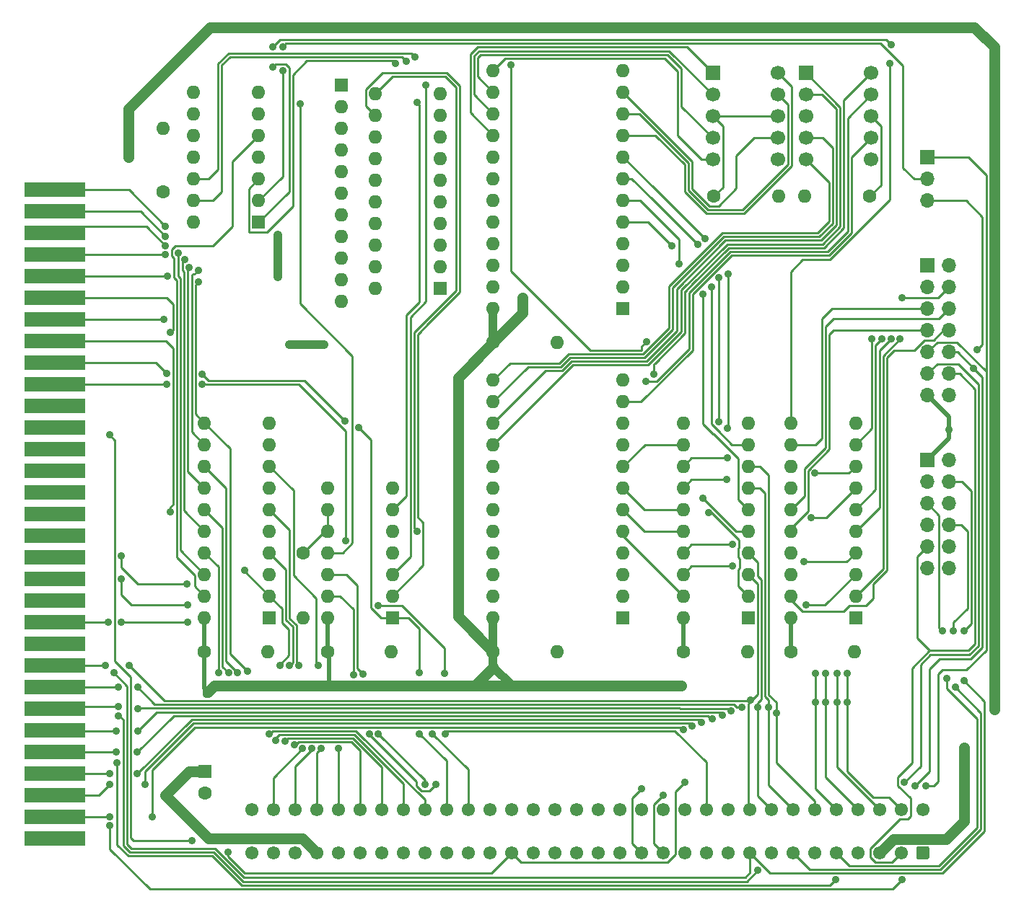
<source format=gbr>
%TF.GenerationSoftware,KiCad,Pcbnew,(5.1.12)-1*%
%TF.CreationDate,2022-05-03T20:15:26+02:00*%
%TF.ProjectId,ec1834-post,65633138-3334-42d7-906f-73742e6b6963,2*%
%TF.SameCoordinates,Original*%
%TF.FileFunction,Copper,L1,Top*%
%TF.FilePolarity,Positive*%
%FSLAX46Y46*%
G04 Gerber Fmt 4.6, Leading zero omitted, Abs format (unit mm)*
G04 Created by KiCad (PCBNEW (5.1.12)-1) date 2022-05-03 20:15:26*
%MOMM*%
%LPD*%
G01*
G04 APERTURE LIST*
%TA.AperFunction,ComponentPad*%
%ADD10O,1.600000X1.600000*%
%TD*%
%TA.AperFunction,ComponentPad*%
%ADD11R,1.600000X1.600000*%
%TD*%
%TA.AperFunction,ComponentPad*%
%ADD12C,1.550000*%
%TD*%
%TA.AperFunction,ComponentPad*%
%ADD13C,1.600000*%
%TD*%
%TA.AperFunction,ComponentPad*%
%ADD14O,1.700000X1.700000*%
%TD*%
%TA.AperFunction,ComponentPad*%
%ADD15R,1.700000X1.700000*%
%TD*%
%TA.AperFunction,ConnectorPad*%
%ADD16R,7.112000X1.778000*%
%TD*%
%TA.AperFunction,ComponentPad*%
%ADD17C,1.700000*%
%TD*%
%TA.AperFunction,ViaPad*%
%ADD18C,0.889000*%
%TD*%
%TA.AperFunction,Conductor*%
%ADD19C,1.270000*%
%TD*%
%TA.AperFunction,Conductor*%
%ADD20C,0.500000*%
%TD*%
%TA.AperFunction,Conductor*%
%ADD21C,1.000000*%
%TD*%
%TA.AperFunction,Conductor*%
%ADD22C,0.250000*%
%TD*%
G04 APERTURE END LIST*
D10*
%TO.P,U3,14*%
%TO.N,+5V*%
X70866000Y-73660000D03*
%TO.P,U3,7*%
%TO.N,GND*%
X78486000Y-58420000D03*
%TO.P,U3,13*%
%TO.N,/SELA9*%
X70866000Y-71120000D03*
%TO.P,U3,6*%
%TO.N,Net-(U3-Pad10)*%
X78486000Y-60960000D03*
%TO.P,U3,12*%
%TO.N,/SELA8*%
X70866000Y-68580000D03*
%TO.P,U3,5*%
%TO.N,/SEL_AD*%
X78486000Y-63500000D03*
%TO.P,U3,11*%
%TO.N,Net-(U3-Pad11)*%
X70866000Y-66040000D03*
%TO.P,U3,4*%
X78486000Y-66040000D03*
%TO.P,U3,10*%
%TO.N,Net-(U3-Pad10)*%
X70866000Y-63500000D03*
%TO.P,U3,3*%
%TO.N,Net-(U3-Pad3)*%
X78486000Y-68580000D03*
%TO.P,U3,9*%
%TO.N,ENLATCH*%
X70866000Y-60960000D03*
%TO.P,U3,2*%
%TO.N,IOWIOR*%
X78486000Y-71120000D03*
%TO.P,U3,8*%
%TO.N,Net-(U3-Pad1)*%
X70866000Y-58420000D03*
D11*
%TO.P,U3,1*%
X78486000Y-73660000D03*
%TD*%
D10*
%TO.P,U5,24*%
%TO.N,+5V*%
X106045000Y-83756500D03*
%TO.P,U5,12*%
%TO.N,GND*%
X121285000Y-55816500D03*
%TO.P,U5,23*%
X106045000Y-81216500D03*
%TO.P,U5,11*%
%TO.N,Net-(U5-Pad11)*%
X121285000Y-58356500D03*
%TO.P,U5,22*%
%TO.N,GND*%
X106045000Y-78676500D03*
%TO.P,U5,10*%
%TO.N,Net-(U5-Pad10)*%
X121285000Y-60896500D03*
%TO.P,U5,21*%
%TO.N,GND*%
X106045000Y-76136500D03*
%TO.P,U5,9*%
%TO.N,Net-(U5-Pad9)*%
X121285000Y-63436500D03*
%TO.P,U5,20*%
%TO.N,GND*%
X106045000Y-73596500D03*
%TO.P,U5,8*%
%TO.N,/DB0*%
X121285000Y-65976500D03*
%TO.P,U5,19*%
%TO.N,GND*%
X106045000Y-71056500D03*
%TO.P,U5,7*%
%TO.N,/DB1*%
X121285000Y-68516500D03*
%TO.P,U5,18*%
%TO.N,GND*%
X106045000Y-68516500D03*
%TO.P,U5,6*%
%TO.N,/DB2*%
X121285000Y-71056500D03*
%TO.P,U5,17*%
%TO.N,Net-(U5-Pad17)*%
X106045000Y-65976500D03*
%TO.P,U5,5*%
%TO.N,/DB3*%
X121285000Y-73596500D03*
%TO.P,U5,16*%
%TO.N,Net-(U5-Pad16)*%
X106045000Y-63436500D03*
%TO.P,U5,4*%
%TO.N,GND*%
X121285000Y-76136500D03*
%TO.P,U5,15*%
%TO.N,Net-(U5-Pad15)*%
X106045000Y-60896500D03*
%TO.P,U5,3*%
%TO.N,GND*%
X121285000Y-78676500D03*
%TO.P,U5,14*%
%TO.N,Net-(U5-Pad14)*%
X106045000Y-58356500D03*
%TO.P,U5,2*%
%TO.N,GND*%
X121285000Y-81216500D03*
%TO.P,U5,13*%
%TO.N,Net-(U5-Pad13)*%
X106045000Y-55816500D03*
D11*
%TO.P,U5,1*%
%TO.N,GND*%
X121285000Y-83756500D03*
%TD*%
D12*
%TO.P,J0,c32*%
%TO.N,Net-(J0-Padc32)*%
X77724000Y-142621000D03*
%TO.P,J0,c31*%
%TO.N,A0*%
X80264000Y-142621000D03*
%TO.P,J0,c30*%
%TO.N,A1*%
X82804000Y-142621000D03*
%TO.P,J0,c29*%
%TO.N,A2*%
X85344000Y-142621000D03*
%TO.P,J0,c28*%
%TO.N,A3*%
X87884000Y-142621000D03*
%TO.P,J0,c27*%
%TO.N,A4*%
X90424000Y-142621000D03*
%TO.P,J0,c26*%
%TO.N,A5*%
X92964000Y-142621000D03*
%TO.P,J0,c25*%
%TO.N,A6*%
X95504000Y-142621000D03*
%TO.P,J0,c24*%
%TO.N,A7*%
X98044000Y-142621000D03*
%TO.P,J0,c23*%
%TO.N,A8*%
X100584000Y-142621000D03*
%TO.P,J0,c22*%
%TO.N,A9*%
X103124000Y-142621000D03*
%TO.P,J0,c21*%
%TO.N,Net-(J0-Padc21)*%
X105664000Y-142621000D03*
%TO.P,J0,c20*%
%TO.N,Net-(J0-Padc20)*%
X108204000Y-142621000D03*
%TO.P,J0,c19*%
%TO.N,Net-(J0-Padc19)*%
X110744000Y-142621000D03*
%TO.P,J0,c18*%
%TO.N,Net-(J0-Padc18)*%
X113284000Y-142621000D03*
%TO.P,J0,c17*%
%TO.N,Net-(J0-Padc17)*%
X115824000Y-142621000D03*
%TO.P,J0,c16*%
%TO.N,Net-(J0-Padc16)*%
X118364000Y-142621000D03*
%TO.P,J0,c15*%
%TO.N,Net-(J0-Padc15)*%
X120904000Y-142621000D03*
%TO.P,J0,c14*%
%TO.N,Net-(J0-Padc14)*%
X123444000Y-142621000D03*
%TO.P,J0,c13*%
%TO.N,Net-(J0-Padc13)*%
X125984000Y-142621000D03*
%TO.P,J0,c12*%
%TO.N,Net-(J0-Padc12)*%
X128524000Y-142621000D03*
%TO.P,J0,c11*%
%TO.N,AEN*%
X131064000Y-142621000D03*
%TO.P,J0,c10*%
%TO.N,Net-(J0-Padc10)*%
X133604000Y-142621000D03*
%TO.P,J0,c9*%
%TO.N,D0*%
X136144000Y-142621000D03*
%TO.P,J0,c8*%
%TO.N,D1*%
X138684000Y-142621000D03*
%TO.P,J0,c7*%
%TO.N,D2*%
X141224000Y-142621000D03*
%TO.P,J0,c6*%
%TO.N,D3*%
X143764000Y-142621000D03*
%TO.P,J0,c5*%
%TO.N,D4*%
X146304000Y-142621000D03*
%TO.P,J0,c4*%
%TO.N,D5*%
X148844000Y-142621000D03*
%TO.P,J0,c3*%
%TO.N,D6*%
X151384000Y-142621000D03*
%TO.P,J0,c2*%
%TO.N,D7*%
X153924000Y-142621000D03*
%TO.P,J0,c1*%
%TO.N,Net-(J0-Padc1)*%
X156464000Y-142621000D03*
%TO.P,J0,a32*%
%TO.N,GND*%
X77724000Y-147701000D03*
%TO.P,J0,a31*%
X80264000Y-147701000D03*
%TO.P,J0,a30*%
%TO.N,Net-(J0-Pada30)*%
X82804000Y-147701000D03*
%TO.P,J0,a29*%
%TO.N,+5V*%
X85344000Y-147701000D03*
%TO.P,J0,a28*%
%TO.N,Net-(J0-Pada28)*%
X87884000Y-147701000D03*
%TO.P,J0,a27*%
%TO.N,Net-(J0-Pada27)*%
X90424000Y-147701000D03*
%TO.P,J0,a26*%
%TO.N,Net-(J0-Pada26)*%
X92964000Y-147701000D03*
%TO.P,J0,a25*%
%TO.N,Net-(J0-Pada25)*%
X95504000Y-147701000D03*
%TO.P,J0,a24*%
%TO.N,Net-(J0-Pada24)*%
X98044000Y-147701000D03*
%TO.P,J0,a23*%
%TO.N,Net-(J0-Pada23)*%
X100584000Y-147701000D03*
%TO.P,J0,a22*%
%TO.N,Net-(J0-Pada22)*%
X103124000Y-147701000D03*
%TO.P,J0,a21*%
%TO.N,Net-(J0-Pada21)*%
X105664000Y-147701000D03*
%TO.P,J0,a20*%
%TO.N,CLK*%
X108204000Y-147701000D03*
%TO.P,J0,a19*%
%TO.N,Net-(J0-Pada19)*%
X110744000Y-147701000D03*
%TO.P,J0,a18*%
%TO.N,Net-(J0-Pada18)*%
X113284000Y-147701000D03*
%TO.P,J0,a17*%
%TO.N,Net-(J0-Pada17)*%
X115824000Y-147701000D03*
%TO.P,J0,a16*%
%TO.N,Net-(J0-Pada16)*%
X118364000Y-147701000D03*
%TO.P,J0,a15*%
%TO.N,Net-(J0-Pada15)*%
X120904000Y-147701000D03*
%TO.P,J0,a14*%
%TO.N,IOR*%
X123444000Y-147701000D03*
%TO.P,J0,a13*%
%TO.N,IOW*%
X125984000Y-147701000D03*
%TO.P,J0,a12*%
%TO.N,Net-(J0-Pada12)*%
X128524000Y-147701000D03*
%TO.P,J0,a11*%
%TO.N,Net-(J0-Pada11)*%
X131064000Y-147701000D03*
%TO.P,J0,a10*%
%TO.N,Net-(J0-Pada10)*%
X133604000Y-147701000D03*
%TO.P,J0,a9*%
%TO.N,+12V*%
X136144000Y-147701000D03*
%TO.P,J0,a8*%
%TO.N,Net-(J0-Pada8)*%
X138684000Y-147701000D03*
%TO.P,J0,a7*%
%TO.N,-12V*%
X141224000Y-147701000D03*
%TO.P,J0,a6*%
%TO.N,Net-(J0-Pada6)*%
X143764000Y-147701000D03*
%TO.P,J0,a5*%
%TO.N,-5V*%
X146304000Y-147701000D03*
%TO.P,J0,a4*%
%TO.N,Net-(J0-Pada4)*%
X148844000Y-147701000D03*
%TO.P,J0,a3*%
%TO.N,+5V*%
X151384000Y-147701000D03*
%TO.P,J0,a2*%
%TO.N,RESET*%
X153924000Y-147701000D03*
%TO.P,J0,a1*%
%TO.N,GND*%
%TA.AperFunction,ComponentPad*%
G36*
G01*
X157239000Y-147175998D02*
X157239000Y-148226002D01*
G75*
G02*
X156989002Y-148476000I-249998J0D01*
G01*
X155938998Y-148476000D01*
G75*
G02*
X155689000Y-148226002I0J249998D01*
G01*
X155689000Y-147175998D01*
G75*
G02*
X155938998Y-146926000I249998J0D01*
G01*
X156989002Y-146926000D01*
G75*
G02*
X157239000Y-147175998I0J-249998D01*
G01*
G37*
%TD.AperFunction*%
%TD*%
D10*
%TO.P,U4,20*%
%TO.N,+5V*%
X128333500Y-120078500D03*
%TO.P,U4,10*%
%TO.N,GND*%
X135953500Y-97218500D03*
%TO.P,U4,19*%
%TO.N,/DB7*%
X128333500Y-117538500D03*
%TO.P,U4,9*%
%TO.N,/DB3*%
X135953500Y-99758500D03*
%TO.P,U4,18*%
%TO.N,D4*%
X128333500Y-114998500D03*
%TO.P,U4,8*%
%TO.N,D3*%
X135953500Y-102298500D03*
%TO.P,U4,17*%
%TO.N,D5*%
X128333500Y-112458500D03*
%TO.P,U4,7*%
%TO.N,D2*%
X135953500Y-104838500D03*
%TO.P,U4,16*%
%TO.N,/DB6*%
X128333500Y-109918500D03*
%TO.P,U4,6*%
%TO.N,/DB2*%
X135953500Y-107378500D03*
%TO.P,U4,15*%
%TO.N,/DB5*%
X128333500Y-107378500D03*
%TO.P,U4,5*%
%TO.N,/DB1*%
X135953500Y-109918500D03*
%TO.P,U4,14*%
%TO.N,D6*%
X128333500Y-104838500D03*
%TO.P,U4,4*%
%TO.N,D1*%
X135953500Y-112458500D03*
%TO.P,U4,13*%
%TO.N,D7*%
X128333500Y-102298500D03*
%TO.P,U4,3*%
%TO.N,D0*%
X135953500Y-114998500D03*
%TO.P,U4,12*%
%TO.N,/DB4*%
X128333500Y-99758500D03*
%TO.P,U4,2*%
%TO.N,/DB0*%
X135953500Y-117538500D03*
%TO.P,U4,11*%
%TO.N,Net-(U3-Pad3)*%
X128333500Y-97218500D03*
D11*
%TO.P,U4,1*%
%TO.N,GND*%
X135953500Y-120078500D03*
%TD*%
D10*
%TO.P,C4,2*%
%TO.N,GND*%
X135897000Y-124079000D03*
D13*
%TO.P,C4,1*%
%TO.N,+5V*%
X128397000Y-124079000D03*
%TD*%
D10*
%TO.P,U9,20*%
%TO.N,+5V*%
X140975000Y-120078500D03*
%TO.P,U9,10*%
%TO.N,GND*%
X148595000Y-97218500D03*
%TO.P,U9,19*%
%TO.N,/J2D7*%
X140975000Y-117538500D03*
%TO.P,U9,9*%
%TO.N,/J2D3*%
X148595000Y-99758500D03*
%TO.P,U9,18*%
%TO.N,D4*%
X140975000Y-114998500D03*
%TO.P,U9,8*%
%TO.N,D3*%
X148595000Y-102298500D03*
%TO.P,U9,17*%
%TO.N,D5*%
X140975000Y-112458500D03*
%TO.P,U9,7*%
%TO.N,D2*%
X148595000Y-104838500D03*
%TO.P,U9,16*%
%TO.N,/J2D6*%
X140975000Y-109918500D03*
%TO.P,U9,6*%
%TO.N,/J2D2*%
X148595000Y-107378500D03*
%TO.P,U9,15*%
%TO.N,/J2D5*%
X140975000Y-107378500D03*
%TO.P,U9,5*%
%TO.N,/J2D1*%
X148595000Y-109918500D03*
%TO.P,U9,14*%
%TO.N,D6*%
X140975000Y-104838500D03*
%TO.P,U9,4*%
%TO.N,D1*%
X148595000Y-112458500D03*
%TO.P,U9,13*%
%TO.N,D7*%
X140975000Y-102298500D03*
%TO.P,U9,3*%
%TO.N,D0*%
X148595000Y-114998500D03*
%TO.P,U9,12*%
%TO.N,/J2D4*%
X140975000Y-99758500D03*
%TO.P,U9,2*%
%TO.N,/J2D0*%
X148595000Y-117538500D03*
%TO.P,U9,11*%
%TO.N,Net-(U3-Pad1)*%
X140975000Y-97218500D03*
D11*
%TO.P,U9,1*%
%TO.N,GND*%
X148595000Y-120078500D03*
%TD*%
D10*
%TO.P,C8,2*%
%TO.N,GND*%
X148470000Y-124079000D03*
D13*
%TO.P,C8,1*%
%TO.N,+5V*%
X140970000Y-124079000D03*
%TD*%
%TO.P,C7,2*%
%TO.N,GND*%
X72263000Y-140676000D03*
D11*
%TO.P,C7,1*%
%TO.N,+5V*%
X72263000Y-138176000D03*
%TD*%
D10*
%TO.P,C6,2*%
%TO.N,GND*%
X113545000Y-124079000D03*
D13*
%TO.P,C6,1*%
%TO.N,+5V*%
X106045000Y-124079000D03*
%TD*%
D10*
%TO.P,C5,2*%
%TO.N,GND*%
X113545000Y-87757000D03*
D13*
%TO.P,C5,1*%
%TO.N,+5V*%
X106045000Y-87757000D03*
%TD*%
D14*
%TO.P,J4,12*%
%TO.N,GND*%
X159512000Y-114300000D03*
%TO.P,J4,11*%
X156972000Y-114300000D03*
%TO.P,J4,10*%
%TO.N,Net-(J4-Pad10)*%
X159512000Y-111760000D03*
%TO.P,J4,9*%
%TO.N,RESET*%
X156972000Y-111760000D03*
%TO.P,J4,8*%
%TO.N,-12V*%
X159512000Y-109220000D03*
%TO.P,J4,7*%
%TO.N,Net-(J4-Pad7)*%
X156972000Y-109220000D03*
%TO.P,J4,6*%
%TO.N,Net-(J4-Pad6)*%
X159512000Y-106680000D03*
%TO.P,J4,5*%
%TO.N,-5V*%
X156972000Y-106680000D03*
%TO.P,J4,4*%
%TO.N,+12V*%
X159512000Y-104140000D03*
%TO.P,J4,3*%
%TO.N,Net-(J4-Pad3)*%
X156972000Y-104140000D03*
%TO.P,J4,2*%
%TO.N,Net-(J4-Pad2)*%
X159512000Y-101600000D03*
D15*
%TO.P,J4,1*%
%TO.N,+5V*%
X156972000Y-101600000D03*
%TD*%
D14*
%TO.P,J3,3*%
%TO.N,IOR*%
X156972000Y-71120000D03*
%TO.P,J3,2*%
%TO.N,IOWIOR*%
X156972000Y-68580000D03*
D15*
%TO.P,J3,1*%
%TO.N,IOW*%
X156972000Y-66040000D03*
%TD*%
D14*
%TO.P,J2,14*%
%TO.N,GND*%
X159512000Y-93980000D03*
%TO.P,J2,13*%
%TO.N,+5V*%
X156972000Y-93980000D03*
%TO.P,J2,12*%
%TO.N,RESET*%
X159512000Y-91440000D03*
%TO.P,J2,11*%
%TO.N,CLK*%
X156972000Y-91440000D03*
%TO.P,J2,10*%
%TO.N,IOR*%
X159512000Y-88900000D03*
%TO.P,J2,9*%
%TO.N,IOW*%
X156972000Y-88900000D03*
%TO.P,J2,8*%
%TO.N,/J2D7*%
X159512000Y-86360000D03*
%TO.P,J2,7*%
%TO.N,/J2D6*%
X156972000Y-86360000D03*
%TO.P,J2,6*%
%TO.N,/J2D5*%
X159512000Y-83820000D03*
%TO.P,J2,5*%
%TO.N,/J2D4*%
X156972000Y-83820000D03*
%TO.P,J2,4*%
%TO.N,/J2D3*%
X159512000Y-81280000D03*
%TO.P,J2,3*%
%TO.N,/J2D2*%
X156972000Y-81280000D03*
%TO.P,J2,2*%
%TO.N,/J2D1*%
X159512000Y-78740000D03*
D15*
%TO.P,J2,1*%
%TO.N,/J2D0*%
X156972000Y-78740000D03*
%TD*%
D16*
%TO.P,J1,32*%
%TO.N,Net-(J1-Pad32)*%
X54610000Y-146050000D03*
%TO.P,J1,41*%
%TO.N,Net-(J1-Pad41)*%
X54610000Y-123190000D03*
%TO.P,J1,62*%
%TO.N,A0*%
X54610000Y-69850000D03*
%TO.P,J1,61*%
%TO.N,A1*%
X54610000Y-72390000D03*
%TO.P,J1,60*%
%TO.N,A2*%
X54610000Y-74930000D03*
%TO.P,J1,59*%
%TO.N,A3*%
X54610000Y-77470000D03*
%TO.P,J1,58*%
%TO.N,A4*%
X54610000Y-80010000D03*
%TO.P,J1,57*%
%TO.N,A5*%
X54610000Y-82550000D03*
%TO.P,J1,56*%
%TO.N,A6*%
X54610000Y-85090000D03*
%TO.P,J1,55*%
%TO.N,A7*%
X54610000Y-87630000D03*
%TO.P,J1,54*%
%TO.N,A8*%
X54610000Y-90170000D03*
%TO.P,J1,53*%
%TO.N,A9*%
X54610000Y-92710000D03*
%TO.P,J1,52*%
%TO.N,Net-(J1-Pad52)*%
X54610000Y-95250000D03*
%TO.P,J1,51*%
%TO.N,Net-(J1-Pad51)*%
X54610000Y-97790000D03*
%TO.P,J1,50*%
%TO.N,Net-(J1-Pad50)*%
X54610000Y-100330000D03*
%TO.P,J1,49*%
%TO.N,Net-(J1-Pad49)*%
X54610000Y-102870000D03*
%TO.P,J1,48*%
%TO.N,Net-(J1-Pad48)*%
X54610000Y-105410000D03*
%TO.P,J1,47*%
%TO.N,Net-(J1-Pad47)*%
X54610000Y-107950000D03*
%TO.P,J1,46*%
%TO.N,Net-(J1-Pad46)*%
X54610000Y-110490000D03*
%TO.P,J1,45*%
%TO.N,Net-(J1-Pad45)*%
X54610000Y-113030000D03*
%TO.P,J1,44*%
%TO.N,Net-(J1-Pad44)*%
X54610000Y-115570000D03*
%TO.P,J1,43*%
%TO.N,Net-(J1-Pad43)*%
X54610000Y-118110000D03*
%TO.P,J1,42*%
%TO.N,AEN*%
X54610000Y-120650000D03*
%TO.P,J1,40*%
%TO.N,D0*%
X54610000Y-125730000D03*
%TO.P,J1,39*%
%TO.N,D1*%
X54610000Y-128270000D03*
%TO.P,J1,38*%
%TO.N,D2*%
X54610000Y-130810000D03*
%TO.P,J1,37*%
%TO.N,D3*%
X54610000Y-133350000D03*
%TO.P,J1,36*%
%TO.N,D4*%
X54610000Y-135890000D03*
%TO.P,J1,35*%
%TO.N,D5*%
X54610000Y-138430000D03*
%TO.P,J1,34*%
%TO.N,D6*%
X54610000Y-140970000D03*
%TO.P,J1,33*%
%TO.N,D7*%
X54610000Y-143510000D03*
%TD*%
D17*
%TO.P,U8,10*%
%TO.N,Net-(U6-Pad9)*%
X150368000Y-56134000D03*
%TO.P,U8,9*%
%TO.N,Net-(U6-Pad10)*%
X150368000Y-58674000D03*
%TO.P,U8,8*%
%TO.N,Net-(R2-Pad1)*%
X150368000Y-61214000D03*
%TO.P,U8,7*%
%TO.N,Net-(U6-Pad11)*%
X150368000Y-63754000D03*
%TO.P,U8,6*%
%TO.N,Net-(U8-Pad6)*%
X150368000Y-66294000D03*
%TO.P,U8,5*%
%TO.N,Net-(U6-Pad13)*%
X142748000Y-66294000D03*
%TO.P,U8,4*%
%TO.N,Net-(U6-Pad14)*%
X142748000Y-63754000D03*
%TO.P,U8,3*%
%TO.N,Net-(R2-Pad1)*%
X142748000Y-61214000D03*
%TO.P,U8,2*%
%TO.N,Net-(U6-Pad15)*%
X142748000Y-58674000D03*
D15*
%TO.P,U8,1*%
%TO.N,Net-(U6-Pad16)*%
X142748000Y-56134000D03*
%TD*%
D17*
%TO.P,U7,10*%
%TO.N,Net-(U5-Pad9)*%
X139446000Y-56134000D03*
%TO.P,U7,9*%
%TO.N,Net-(U5-Pad10)*%
X139446000Y-58674000D03*
%TO.P,U7,8*%
%TO.N,Net-(R1-Pad1)*%
X139446000Y-61214000D03*
%TO.P,U7,7*%
%TO.N,Net-(U5-Pad11)*%
X139446000Y-63754000D03*
%TO.P,U7,6*%
%TO.N,Net-(U7-Pad6)*%
X139446000Y-66294000D03*
%TO.P,U7,5*%
%TO.N,Net-(U5-Pad13)*%
X131826000Y-66294000D03*
%TO.P,U7,4*%
%TO.N,Net-(U5-Pad14)*%
X131826000Y-63754000D03*
%TO.P,U7,3*%
%TO.N,Net-(R1-Pad1)*%
X131826000Y-61214000D03*
%TO.P,U7,2*%
%TO.N,Net-(U5-Pad15)*%
X131826000Y-58674000D03*
D15*
%TO.P,U7,1*%
%TO.N,Net-(U5-Pad16)*%
X131826000Y-56134000D03*
%TD*%
D10*
%TO.P,U6,24*%
%TO.N,+5V*%
X106045000Y-120142000D03*
%TO.P,U6,12*%
%TO.N,GND*%
X121285000Y-92202000D03*
%TO.P,U6,23*%
X106045000Y-117602000D03*
%TO.P,U6,11*%
%TO.N,Net-(U6-Pad11)*%
X121285000Y-94742000D03*
%TO.P,U6,22*%
%TO.N,GND*%
X106045000Y-115062000D03*
%TO.P,U6,10*%
%TO.N,Net-(U6-Pad10)*%
X121285000Y-97282000D03*
%TO.P,U6,21*%
%TO.N,GND*%
X106045000Y-112522000D03*
%TO.P,U6,9*%
%TO.N,Net-(U6-Pad9)*%
X121285000Y-99822000D03*
%TO.P,U6,20*%
%TO.N,GND*%
X106045000Y-109982000D03*
%TO.P,U6,8*%
%TO.N,/DB4*%
X121285000Y-102362000D03*
%TO.P,U6,19*%
%TO.N,GND*%
X106045000Y-107442000D03*
%TO.P,U6,7*%
%TO.N,/DB5*%
X121285000Y-104902000D03*
%TO.P,U6,18*%
%TO.N,GND*%
X106045000Y-104902000D03*
%TO.P,U6,6*%
%TO.N,/DB6*%
X121285000Y-107442000D03*
%TO.P,U6,17*%
%TO.N,Net-(U6-Pad17)*%
X106045000Y-102362000D03*
%TO.P,U6,5*%
%TO.N,/DB7*%
X121285000Y-109982000D03*
%TO.P,U6,16*%
%TO.N,Net-(U6-Pad16)*%
X106045000Y-99822000D03*
%TO.P,U6,4*%
%TO.N,GND*%
X121285000Y-112522000D03*
%TO.P,U6,15*%
%TO.N,Net-(U6-Pad15)*%
X106045000Y-97282000D03*
%TO.P,U6,3*%
%TO.N,GND*%
X121285000Y-115062000D03*
%TO.P,U6,14*%
%TO.N,Net-(U6-Pad14)*%
X106045000Y-94742000D03*
%TO.P,U6,2*%
%TO.N,GND*%
X121285000Y-117602000D03*
%TO.P,U6,13*%
%TO.N,Net-(U6-Pad13)*%
X106045000Y-92202000D03*
D11*
%TO.P,U6,1*%
%TO.N,GND*%
X121285000Y-120142000D03*
%TD*%
D10*
%TO.P,U2,14*%
%TO.N,+5V*%
X86652100Y-120078500D03*
%TO.P,U2,7*%
%TO.N,GND*%
X94272100Y-104838500D03*
%TO.P,U2,13*%
%TO.N,IOR*%
X86652100Y-117538500D03*
%TO.P,U2,6*%
%TO.N,/SELA9*%
X94272100Y-107378500D03*
%TO.P,U2,12*%
%TO.N,IOW*%
X86652100Y-114998500D03*
%TO.P,U2,5*%
%TO.N,/SW_A9*%
X94272100Y-109918500D03*
%TO.P,U2,11*%
%TO.N,ENLATCH*%
X86652100Y-112458500D03*
%TO.P,U2,4*%
%TO.N,A9*%
X94272100Y-112458500D03*
%TO.P,U2,10*%
%TO.N,Net-(R3-Pad1)*%
X86652100Y-109918500D03*
%TO.P,U2,3*%
%TO.N,/SELA8*%
X94272100Y-114998500D03*
%TO.P,U2,9*%
%TO.N,Net-(R3-Pad1)*%
X86652100Y-107378500D03*
%TO.P,U2,2*%
%TO.N,/SW_A8*%
X94272100Y-117538500D03*
%TO.P,U2,8*%
%TO.N,Net-(U2-Pad8)*%
X86652100Y-104838500D03*
D11*
%TO.P,U2,1*%
%TO.N,A8*%
X94272100Y-120078500D03*
%TD*%
D10*
%TO.P,U1,20*%
%TO.N,+5V*%
X72174100Y-120078500D03*
%TO.P,U1,10*%
%TO.N,GND*%
X79794100Y-97218500D03*
%TO.P,U1,19*%
%TO.N,/SEL_AD*%
X72174100Y-117538500D03*
%TO.P,U1,9*%
%TO.N,Net-(RN1-Pad8)*%
X79794100Y-99758500D03*
%TO.P,U1,18*%
%TO.N,Net-(RN1-Pad4)*%
X72174100Y-114998500D03*
%TO.P,U1,8*%
%TO.N,A3*%
X79794100Y-102298500D03*
%TO.P,U1,17*%
%TO.N,A7*%
X72174100Y-112458500D03*
%TO.P,U1,7*%
%TO.N,Net-(RN1-Pad9)*%
X79794100Y-104838500D03*
%TO.P,U1,16*%
%TO.N,Net-(RN1-Pad5)*%
X72174100Y-109918500D03*
%TO.P,U1,6*%
%TO.N,A2*%
X79794100Y-107378500D03*
%TO.P,U1,15*%
%TO.N,A6*%
X72174100Y-107378500D03*
%TO.P,U1,5*%
%TO.N,Net-(RN1-Pad10)*%
X79794100Y-109918500D03*
%TO.P,U1,14*%
%TO.N,Net-(RN1-Pad6)*%
X72174100Y-104838500D03*
%TO.P,U1,4*%
%TO.N,A1*%
X79794100Y-112458500D03*
%TO.P,U1,13*%
%TO.N,A5*%
X72174100Y-102298500D03*
%TO.P,U1,3*%
%TO.N,Net-(RN1-Pad11)*%
X79794100Y-114998500D03*
%TO.P,U1,12*%
%TO.N,Net-(RN1-Pad7)*%
X72174100Y-99758500D03*
%TO.P,U1,2*%
%TO.N,A0*%
X79794100Y-117538500D03*
%TO.P,U1,11*%
%TO.N,A4*%
X72174100Y-97218500D03*
D11*
%TO.P,U1,1*%
%TO.N,AEN*%
X79794100Y-120078500D03*
%TD*%
D10*
%TO.P,SW1,20*%
%TO.N,Net-(RN1-Pad11)*%
X92202000Y-81434000D03*
%TO.P,SW1,10*%
%TO.N,GND*%
X99822000Y-58574000D03*
%TO.P,SW1,19*%
%TO.N,Net-(RN1-Pad10)*%
X92202000Y-78894000D03*
%TO.P,SW1,9*%
%TO.N,GND*%
X99822000Y-61114000D03*
%TO.P,SW1,18*%
%TO.N,Net-(RN1-Pad9)*%
X92202000Y-76354000D03*
%TO.P,SW1,8*%
%TO.N,GND*%
X99822000Y-63654000D03*
%TO.P,SW1,17*%
%TO.N,Net-(RN1-Pad8)*%
X92202000Y-73814000D03*
%TO.P,SW1,7*%
%TO.N,GND*%
X99822000Y-66194000D03*
%TO.P,SW1,16*%
%TO.N,Net-(RN1-Pad7)*%
X92202000Y-71274000D03*
%TO.P,SW1,6*%
%TO.N,GND*%
X99822000Y-68734000D03*
%TO.P,SW1,15*%
%TO.N,Net-(RN1-Pad6)*%
X92202000Y-68734000D03*
%TO.P,SW1,5*%
%TO.N,GND*%
X99822000Y-71274000D03*
%TO.P,SW1,14*%
%TO.N,Net-(RN1-Pad5)*%
X92202000Y-66194000D03*
%TO.P,SW1,4*%
%TO.N,GND*%
X99822000Y-73814000D03*
%TO.P,SW1,13*%
%TO.N,Net-(RN1-Pad4)*%
X92202000Y-63654000D03*
%TO.P,SW1,3*%
%TO.N,GND*%
X99822000Y-76354000D03*
%TO.P,SW1,12*%
%TO.N,/SW_A8*%
X92202000Y-61114000D03*
%TO.P,SW1,2*%
%TO.N,GND*%
X99822000Y-78894000D03*
%TO.P,SW1,11*%
%TO.N,/SW_A9*%
X92202000Y-58574000D03*
D11*
%TO.P,SW1,1*%
%TO.N,GND*%
X99822000Y-81434000D03*
%TD*%
D10*
%TO.P,RN1,11*%
%TO.N,Net-(RN1-Pad11)*%
X88265000Y-82931000D03*
%TO.P,RN1,10*%
%TO.N,Net-(RN1-Pad10)*%
X88265000Y-80391000D03*
%TO.P,RN1,9*%
%TO.N,Net-(RN1-Pad9)*%
X88265000Y-77851000D03*
%TO.P,RN1,8*%
%TO.N,Net-(RN1-Pad8)*%
X88265000Y-75311000D03*
%TO.P,RN1,7*%
%TO.N,Net-(RN1-Pad7)*%
X88265000Y-72771000D03*
%TO.P,RN1,6*%
%TO.N,Net-(RN1-Pad6)*%
X88265000Y-70231000D03*
%TO.P,RN1,5*%
%TO.N,Net-(RN1-Pad5)*%
X88265000Y-67691000D03*
%TO.P,RN1,4*%
%TO.N,Net-(RN1-Pad4)*%
X88265000Y-65151000D03*
%TO.P,RN1,3*%
%TO.N,/SW_A8*%
X88265000Y-62611000D03*
%TO.P,RN1,2*%
%TO.N,/SW_A9*%
X88265000Y-60071000D03*
D11*
%TO.P,RN1,1*%
%TO.N,+5V*%
X88265000Y-57531000D03*
%TD*%
D10*
%TO.P,R3,2*%
%TO.N,+5V*%
X83731100Y-120078500D03*
D13*
%TO.P,R3,1*%
%TO.N,Net-(R3-Pad1)*%
X83731100Y-112458500D03*
%TD*%
D10*
%TO.P,R2,2*%
%TO.N,+5V*%
X142621000Y-70612000D03*
D13*
%TO.P,R2,1*%
%TO.N,Net-(R2-Pad1)*%
X150241000Y-70612000D03*
%TD*%
D10*
%TO.P,R1,2*%
%TO.N,+5V*%
X139573000Y-70612000D03*
D13*
%TO.P,R1,1*%
%TO.N,Net-(R1-Pad1)*%
X131953000Y-70612000D03*
%TD*%
D10*
%TO.P,C3,2*%
%TO.N,GND*%
X67310000Y-62604000D03*
D13*
%TO.P,C3,1*%
%TO.N,+5V*%
X67310000Y-70104000D03*
%TD*%
D10*
%TO.P,C2,2*%
%TO.N,GND*%
X94122100Y-124079000D03*
D13*
%TO.P,C2,1*%
%TO.N,+5V*%
X86622100Y-124079000D03*
%TD*%
D10*
%TO.P,C1,2*%
%TO.N,GND*%
X79644100Y-124079000D03*
D13*
%TO.P,C1,1*%
%TO.N,+5V*%
X72144100Y-124079000D03*
%TD*%
D18*
%TO.N,+5V*%
X67564000Y-140970000D03*
X164846000Y-98044000D03*
X159512000Y-98044000D03*
X125664009Y-128081991D03*
X126680009Y-128081991D03*
X127696009Y-128081991D03*
X161290000Y-135382000D03*
X161290000Y-136398000D03*
X164846000Y-130873500D03*
X164846000Y-129794000D03*
X72421750Y-129063750D03*
X73152000Y-128270000D03*
X88265000Y-50736500D03*
X63246000Y-65976500D03*
X63246000Y-64897000D03*
X63246000Y-63881000D03*
X108966000Y-50736500D03*
X109982000Y-50736500D03*
X110998000Y-50736500D03*
X109474000Y-84201000D03*
X109474000Y-83248500D03*
X140081000Y-50736500D03*
%TO.N,A0*%
X81064100Y-125666500D03*
X83692381Y-135467018D03*
X76898500Y-114554000D03*
X67564000Y-74104500D03*
%TO.N,A1*%
X82143600Y-125666500D03*
X84771382Y-135466090D03*
X67584156Y-75290844D03*
%TO.N,A2*%
X83223100Y-125666500D03*
X85850385Y-135466090D03*
X67610212Y-76390997D03*
%TO.N,A3*%
X85509100Y-125666500D03*
X87884000Y-135466090D03*
X67610212Y-77470000D03*
%TO.N,A4*%
X77218353Y-126380970D03*
X82707587Y-135026080D03*
X71435000Y-80645000D03*
X67868462Y-80022935D03*
%TO.N,A5*%
X76072503Y-126555500D03*
X81635589Y-134586070D03*
X68151470Y-86614000D03*
%TO.N,A6*%
X74993500Y-126555500D03*
X80557322Y-134465550D03*
X67391970Y-85090000D03*
%TO.N,A7*%
X73850500Y-126555500D03*
X79742454Y-133706050D03*
X68151470Y-107632500D03*
%TO.N,A8*%
X97409000Y-126555500D03*
X97409000Y-133706050D03*
X90297000Y-97790000D03*
X88643298Y-97030702D03*
X71882000Y-91503500D03*
X67711460Y-91376500D03*
%TO.N,A9*%
X98933000Y-133706050D03*
X88745202Y-111031202D03*
X71879500Y-92710000D03*
X67711460Y-92710000D03*
%TO.N,AEN*%
X100393500Y-133706050D03*
X100330000Y-126619000D03*
X92583000Y-118681500D03*
X70231000Y-120650000D03*
X62418000Y-120650000D03*
X60899000Y-120650000D03*
%TO.N,D0*%
X142748000Y-118618000D03*
X136271000Y-129730500D03*
X63373000Y-125730000D03*
X60579000Y-125730000D03*
%TO.N,D1*%
X142494000Y-113538000D03*
X137096500Y-130619500D03*
X135255000Y-130619500D03*
X64325500Y-128270000D03*
X62039500Y-128270000D03*
%TO.N,D2*%
X143383000Y-108331000D03*
X138366500Y-130619500D03*
X133985000Y-131057010D03*
X64325500Y-130810000D03*
X62039500Y-130556000D03*
%TO.N,D3*%
X143764000Y-103124000D03*
X139319000Y-131254500D03*
X132905500Y-131506000D03*
X64325500Y-133413500D03*
X61849000Y-133413500D03*
%TO.N,D4*%
X134112000Y-114046000D03*
X143891000Y-126619000D03*
X143891000Y-130048000D03*
X131762500Y-131946010D03*
X64311521Y-135890000D03*
X61849000Y-135890000D03*
%TO.N,D5*%
X134112000Y-111506000D03*
X145034000Y-126619000D03*
X145034000Y-130048000D03*
X130492500Y-132386020D03*
X64311521Y-138430000D03*
X61023500Y-138430000D03*
%TO.N,D6*%
X133477000Y-103886000D03*
X146431000Y-126619000D03*
X146431000Y-130048000D03*
X129424723Y-132826030D03*
X65214500Y-139700000D03*
X61023500Y-139700500D03*
%TO.N,D7*%
X133540500Y-101346000D03*
X147574000Y-126619000D03*
X147574000Y-130048000D03*
X128391149Y-133266040D03*
X66040000Y-143510000D03*
X61019694Y-143449099D03*
%TO.N,GND*%
X86169500Y-88011000D03*
X82105500Y-88011000D03*
X80772000Y-75184000D03*
X80772000Y-80073500D03*
%TO.N,IOW*%
X125984000Y-140970000D03*
X156845000Y-139827000D03*
X98044000Y-139700000D03*
X62418000Y-115506500D03*
X90737996Y-126732014D03*
X92583000Y-133731000D03*
X70167500Y-118554500D03*
%TO.N,CLK*%
X128524000Y-139446000D03*
X154305000Y-139446000D03*
X74963917Y-147667083D03*
X70739000Y-146240500D03*
X61023500Y-98615500D03*
%TO.N,IOR*%
X123444000Y-140208000D03*
X155575000Y-139827000D03*
X99314000Y-139700000D03*
X162433000Y-90805000D03*
X162814000Y-88646000D03*
X62418000Y-112839500D03*
X89662000Y-126812491D03*
X91503997Y-133731000D03*
X70104000Y-116141500D03*
%TO.N,+12V*%
X161290000Y-121666000D03*
X161290000Y-127508000D03*
X61531500Y-126555500D03*
%TO.N,-12V*%
X160020000Y-121666000D03*
X160274000Y-128270000D03*
X137130952Y-149762048D03*
X62039500Y-131635500D03*
%TO.N,-5V*%
X158750000Y-121666000D03*
X159258000Y-127254000D03*
X146240500Y-150870530D03*
X61912500Y-137160000D03*
%TO.N,RESET*%
X61087000Y-144526000D03*
X153987500Y-150876000D03*
%TO.N,/DB3*%
X127000000Y-76390500D03*
X131635500Y-81280000D03*
%TO.N,/DB2*%
X127889000Y-78549500D03*
X130683000Y-82105500D03*
%TO.N,/DB1*%
X130683000Y-106045000D03*
X130044588Y-76255760D03*
X132533959Y-80122137D03*
X132524500Y-97091500D03*
%TO.N,/DB0*%
X131318000Y-107759500D03*
X130873500Y-75565000D03*
X133604000Y-79692500D03*
X133540500Y-97853500D03*
%TO.N,IOWIOR*%
X81343500Y-53022500D03*
X81343500Y-55880000D03*
%TO.N,/SW_A9*%
X97089000Y-109918500D03*
%TO.N,Net-(RN1-Pad7)*%
X71437500Y-79311500D03*
%TO.N,Net-(RN1-Pad6)*%
X70413869Y-78970290D03*
%TO.N,Net-(RN1-Pad5)*%
X69827473Y-78064540D03*
%TO.N,Net-(RN1-Pad4)*%
X69129213Y-77241936D03*
%TO.N,/SELA9*%
X97155000Y-59563000D03*
X95885000Y-54737000D03*
%TO.N,ENLATCH*%
X83375500Y-59753500D03*
%TO.N,/SELA8*%
X98171000Y-57531000D03*
X96901000Y-54229000D03*
%TO.N,Net-(U3-Pad3)*%
X108140500Y-55179000D03*
X124037300Y-87651800D03*
X94615000Y-54984011D03*
%TO.N,Net-(U6-Pad10)*%
X123952000Y-92329000D03*
%TO.N,Net-(U6-Pad9)*%
X124904500Y-91503500D03*
%TO.N,/J2D3*%
X150495000Y-87376000D03*
X153987500Y-82550000D03*
%TO.N,/J2D2*%
X151638000Y-87376000D03*
%TO.N,/J2D1*%
X152717003Y-87376000D03*
%TO.N,/J2D0*%
X153797000Y-87376000D03*
%TO.N,Net-(U3-Pad1)*%
X80200500Y-55435500D03*
X80200500Y-53022500D03*
X152746548Y-52802952D03*
X152590500Y-54991000D03*
%TD*%
D19*
%TO.N,+5V*%
X70358000Y-138176000D02*
X67564000Y-140970000D01*
X72263000Y-138176000D02*
X70358000Y-138176000D01*
X72644000Y-146050000D02*
X67564000Y-140970000D01*
X83693000Y-146050000D02*
X72644000Y-146050000D01*
X85344000Y-147701000D02*
X83693000Y-146050000D01*
X86802009Y-128081991D02*
X73594009Y-128081991D01*
X128081991Y-128081991D02*
X128081991Y-128081991D01*
D20*
X72263000Y-124197900D02*
X72144100Y-124079000D01*
X72144100Y-120108500D02*
X72174100Y-120078500D01*
X72144100Y-124079000D02*
X72144100Y-120108500D01*
X86802009Y-124258909D02*
X86622100Y-124079000D01*
X86802009Y-128081991D02*
X86802009Y-124258909D01*
X86622100Y-120108500D02*
X86652100Y-120078500D01*
X86622100Y-124079000D02*
X86622100Y-120108500D01*
X105983991Y-87818009D02*
X106045000Y-87757000D01*
X128081991Y-124394009D02*
X128397000Y-124079000D01*
X128397000Y-120142000D02*
X128333500Y-120078500D01*
X128397000Y-124079000D02*
X128397000Y-120142000D01*
X140975000Y-124074000D02*
X140970000Y-124079000D01*
X140975000Y-120078500D02*
X140975000Y-124074000D01*
D19*
X164846000Y-98806000D02*
X164846000Y-98044000D01*
D20*
X159512000Y-96520000D02*
X156972000Y-93980000D01*
X159512000Y-99060000D02*
X159512000Y-98044000D01*
X159512000Y-99060000D02*
X156972000Y-101600000D01*
D19*
X159207010Y-146100990D02*
X161290000Y-144018000D01*
X161290000Y-144018000D02*
X161290000Y-136398000D01*
X152984010Y-146100990D02*
X159207010Y-146100990D01*
X151384000Y-147701000D02*
X152984010Y-146100990D01*
D20*
X159512000Y-98044000D02*
X159512000Y-96520000D01*
D19*
X164846000Y-129794000D02*
X164846000Y-98806000D01*
X125918009Y-128081991D02*
X125664009Y-128081991D01*
X126172009Y-128081991D02*
X125918009Y-128081991D01*
X126172009Y-128081991D02*
X127188009Y-128081991D01*
X127188009Y-128081991D02*
X128081991Y-128081991D01*
X125664009Y-128081991D02*
X108269991Y-128081991D01*
D21*
X106045000Y-87757000D02*
X106045000Y-83756500D01*
X106045000Y-124079000D02*
X106045000Y-120142000D01*
X106045000Y-125857000D02*
X108269991Y-128081991D01*
X106045000Y-124079000D02*
X106045000Y-125857000D01*
D19*
X161290000Y-135382000D02*
X161290000Y-135382000D01*
X161290000Y-136398000D02*
X161290000Y-135382000D01*
X164846000Y-129794000D02*
X164846000Y-129794000D01*
X164846000Y-130873500D02*
X164846000Y-130873500D01*
X164846000Y-129794000D02*
X164846000Y-130873500D01*
X73594009Y-128081991D02*
X73340009Y-128081991D01*
X73340009Y-128081991D02*
X73152000Y-128270000D01*
X73152000Y-128270000D02*
X72580500Y-128841500D01*
D20*
X72144100Y-128405100D02*
X72580500Y-128841500D01*
X72144100Y-124079000D02*
X72144100Y-128405100D01*
D19*
X162496500Y-50736500D02*
X140081000Y-50736500D01*
X164846000Y-53086000D02*
X162496500Y-50736500D01*
X164846000Y-98044000D02*
X164846000Y-53086000D01*
X88265000Y-50736500D02*
X72834500Y-50736500D01*
X72834500Y-50736500D02*
X63246000Y-60325000D01*
X63246000Y-60325000D02*
X63246000Y-63881000D01*
X63246000Y-65976500D02*
X63246000Y-65976500D01*
X63246000Y-64897000D02*
X63246000Y-65976500D01*
X63246000Y-63881000D02*
X63246000Y-64897000D01*
X106045000Y-125925482D02*
X103888491Y-128081991D01*
X106045000Y-125857000D02*
X106045000Y-125925482D01*
X103888491Y-128081991D02*
X86802009Y-128081991D01*
X108269991Y-128081991D02*
X103888491Y-128081991D01*
X106045000Y-124079000D02*
X101917500Y-119951500D01*
X101917500Y-91884500D02*
X106045000Y-87757000D01*
X101917500Y-119951500D02*
X101917500Y-91884500D01*
X106045000Y-87757000D02*
X109474000Y-84328000D01*
X109474000Y-84328000D02*
X109474000Y-82486500D01*
X109474000Y-82486500D02*
X109474000Y-82486500D01*
X140081000Y-50736500D02*
X88265000Y-50736500D01*
D22*
%TO.N,A0*%
X81296071Y-119040471D02*
X79794100Y-117538500D01*
X81296071Y-120691471D02*
X81296071Y-119040471D01*
X82089080Y-121484480D02*
X81296071Y-120691471D01*
X82089080Y-121484480D02*
X82089080Y-124514520D01*
X81191100Y-125412500D02*
X81191100Y-125666500D01*
X82089080Y-124514520D02*
X81191100Y-125412500D01*
X80264000Y-138895399D02*
X83692381Y-135467018D01*
X80264000Y-142621000D02*
X80264000Y-138895399D01*
X76898500Y-114642900D02*
X76898500Y-114554000D01*
X79794100Y-117538500D02*
X76898500Y-114642900D01*
X63309500Y-69850000D02*
X54610000Y-69850000D01*
X67564000Y-74104500D02*
X63309500Y-69850000D01*
%TO.N,A1*%
X81736080Y-114400480D02*
X81736080Y-120355950D01*
X79794100Y-112458500D02*
X81736080Y-114400480D01*
X81736080Y-120355950D02*
X82529090Y-121148960D01*
X82529090Y-125344510D02*
X82207100Y-125666500D01*
X82529090Y-121148960D02*
X82529090Y-125344510D01*
X82804000Y-142621000D02*
X82804000Y-137541000D01*
X84771382Y-135573618D02*
X84771382Y-135466090D01*
X82804000Y-137541000D02*
X84771382Y-135573618D01*
X64683312Y-72390000D02*
X54610000Y-72390000D01*
X67584156Y-75290844D02*
X64683312Y-72390000D01*
%TO.N,A2*%
X79794100Y-107378500D02*
X82176089Y-109760489D01*
X82176089Y-120173691D02*
X82969100Y-120966702D01*
X82176089Y-109760489D02*
X82176089Y-120173691D01*
X82969100Y-125412500D02*
X83223100Y-125666500D01*
X82969100Y-120966702D02*
X82969100Y-125412500D01*
X85344000Y-135972475D02*
X85850385Y-135466090D01*
X85344000Y-142621000D02*
X85344000Y-135972475D01*
X55369501Y-74170499D02*
X54610000Y-74930000D01*
X65389714Y-74170499D02*
X55369501Y-74170499D01*
X67610212Y-76390997D02*
X65389714Y-74170499D01*
%TO.N,A3*%
X82616099Y-105120499D02*
X82616099Y-115153499D01*
X79794100Y-102298500D02*
X82616099Y-105120499D01*
X82616099Y-115153499D02*
X85255100Y-117792500D01*
X85255100Y-117792500D02*
X85255100Y-125412500D01*
X85255100Y-125412500D02*
X85509100Y-125666500D01*
X85509100Y-125666500D02*
X85509100Y-125666500D01*
X87884000Y-142621000D02*
X87884000Y-135466090D01*
X67610212Y-77470000D02*
X54610000Y-77470000D01*
%TO.N,A4*%
X77218353Y-126380970D02*
X75170530Y-124333147D01*
X75170530Y-100214930D02*
X72174100Y-97218500D01*
X75170530Y-124333147D02*
X75170530Y-100214930D01*
X90424000Y-137350500D02*
X90424000Y-142621000D01*
X90424000Y-135724804D02*
X90424000Y-137350500D01*
X89405786Y-134706590D02*
X90424000Y-135724804D01*
X83225410Y-134706590D02*
X89405786Y-134706590D01*
X82905920Y-135026080D02*
X83225410Y-134706590D01*
X82707587Y-135026080D02*
X82905920Y-135026080D01*
X72174100Y-97218500D02*
X71120000Y-96164400D01*
X71120000Y-88646000D02*
X71115510Y-88641510D01*
X71120000Y-96164400D02*
X71120000Y-88646000D01*
X71115510Y-80964490D02*
X71435000Y-80645000D01*
X71115510Y-88641510D02*
X71115510Y-80964490D01*
X54622935Y-80022935D02*
X54610000Y-80010000D01*
X67868462Y-80022935D02*
X54622935Y-80022935D01*
%TO.N,A5*%
X76072503Y-126555500D02*
X74730520Y-125213517D01*
X74730520Y-104854920D02*
X72174100Y-102298500D01*
X74730520Y-125213517D02*
X74730520Y-104854920D01*
X89588044Y-134266580D02*
X92964000Y-137642536D01*
X92964000Y-137642536D02*
X92964000Y-142621000D01*
X81955079Y-134266580D02*
X89588044Y-134266580D01*
X81635589Y-134586070D02*
X81955079Y-134266580D01*
X54610000Y-82550000D02*
X67708960Y-82550000D01*
X67708960Y-82550000D02*
X68470960Y-83312000D01*
X68470960Y-86294510D02*
X68151470Y-86614000D01*
X68470960Y-83312000D02*
X68470960Y-86294510D01*
%TO.N,A6*%
X74993500Y-126555500D02*
X74290510Y-125852510D01*
X74290510Y-109494910D02*
X72174100Y-107378500D01*
X74290510Y-125852510D02*
X74290510Y-109494910D01*
X95504000Y-139560268D02*
X95504000Y-142621000D01*
X89770302Y-133826570D02*
X95504000Y-139560268D01*
X80993930Y-133826570D02*
X89770302Y-133826570D01*
X80557322Y-134263178D02*
X80993930Y-133826570D01*
X80557322Y-134465550D02*
X80557322Y-134263178D01*
X67391970Y-85090000D02*
X54610000Y-85090000D01*
%TO.N,A7*%
X73850500Y-119126000D02*
X73850500Y-126555500D01*
X73850500Y-114134900D02*
X73850500Y-119126000D01*
X72174100Y-112458500D02*
X73850500Y-114134900D01*
X98044000Y-141478000D02*
X98044000Y-142621000D01*
X89952560Y-133386560D02*
X98044000Y-141478000D01*
X80163940Y-133386560D02*
X89952560Y-133386560D01*
X79844450Y-133706050D02*
X80163940Y-133386560D01*
X79742454Y-133706050D02*
X79844450Y-133706050D01*
X68151470Y-107632500D02*
X68151470Y-107108530D01*
X68151470Y-107108530D02*
X68470960Y-106789040D01*
X68470960Y-90886460D02*
X68470960Y-88409960D01*
X68470960Y-106789040D02*
X68470960Y-90886460D01*
X68470960Y-90886460D02*
X68470960Y-90378460D01*
X68470960Y-88409960D02*
X67691000Y-87630000D01*
X67691000Y-87630000D02*
X54610000Y-87630000D01*
%TO.N,A8*%
X94272100Y-120078500D02*
X96139000Y-120078500D01*
X97409000Y-121348500D02*
X97409000Y-126555500D01*
X96139000Y-120078500D02*
X97409000Y-121348500D01*
X100584000Y-136881050D02*
X100584000Y-142621000D01*
X97409000Y-133706050D02*
X100584000Y-136881050D01*
X92855938Y-120078500D02*
X91694000Y-118916562D01*
X94272100Y-120078500D02*
X92855938Y-120078500D01*
X91694000Y-118916562D02*
X91694000Y-99949000D01*
X91694000Y-99187000D02*
X90297000Y-97790000D01*
X91694000Y-99949000D02*
X91694000Y-99187000D01*
X88643298Y-97030702D02*
X83882586Y-92269990D01*
X72648490Y-92269990D02*
X71882000Y-91503500D01*
X83882586Y-92269990D02*
X72648490Y-92269990D01*
X67711460Y-91376500D02*
X66504960Y-90170000D01*
X66504960Y-90170000D02*
X54610000Y-90170000D01*
%TO.N,A9*%
X103124000Y-137897050D02*
X103124000Y-142621000D01*
X98933000Y-133706050D02*
X103124000Y-137897050D01*
X88745202Y-105281400D02*
X88709500Y-105245698D01*
X88745202Y-111031202D02*
X88745202Y-105281400D01*
X88709500Y-105245698D02*
X88709500Y-98742500D01*
X88709500Y-98742500D02*
X88709500Y-98171000D01*
X83248500Y-92710000D02*
X71879500Y-92710000D01*
X88709500Y-98171000D02*
X83248500Y-92710000D01*
X67711460Y-92710000D02*
X54610000Y-92710000D01*
%TO.N,AEN*%
X131064000Y-137062953D02*
X127387607Y-133386560D01*
X131064000Y-142621000D02*
X131064000Y-137062953D01*
X100712990Y-133386560D02*
X100393500Y-133706050D01*
X127387607Y-133386560D02*
X100712990Y-133386560D01*
X95364268Y-118681500D02*
X92583000Y-118681500D01*
X100330000Y-123647232D02*
X95364268Y-118681500D01*
X100330000Y-126619000D02*
X100330000Y-123647232D01*
X70231000Y-120650000D02*
X62418000Y-120650000D01*
X60899000Y-120650000D02*
X54610000Y-120650000D01*
%TO.N,D0*%
X144975500Y-118618000D02*
X148595000Y-114998500D01*
X142748000Y-118618000D02*
X144975500Y-118618000D01*
X136017000Y-130175000D02*
X136017000Y-142494000D01*
X137068501Y-129123499D02*
X136334500Y-129857500D01*
X136017000Y-142494000D02*
X136144000Y-142621000D01*
X137068501Y-116113501D02*
X137068501Y-129123499D01*
X135953500Y-114998500D02*
X137068501Y-116113501D01*
X136334500Y-129857500D02*
X136017000Y-130175000D01*
X136334500Y-129857500D02*
X78549500Y-129857500D01*
X78549500Y-129857500D02*
X78547509Y-129857500D01*
X78549500Y-129857500D02*
X70866000Y-129857500D01*
X67500500Y-129857500D02*
X63373000Y-125730000D01*
X70866000Y-129857500D02*
X67500500Y-129857500D01*
X60579000Y-125730000D02*
X54610000Y-125730000D01*
%TO.N,D1*%
X147515500Y-113538000D02*
X148595000Y-112458500D01*
X142494000Y-113538000D02*
X147515500Y-113538000D01*
X137508511Y-129699489D02*
X137096500Y-130111500D01*
X137096500Y-141033500D02*
X138684000Y-142621000D01*
X137508511Y-115664511D02*
X137508511Y-129699489D01*
X137068501Y-115224501D02*
X137508511Y-115664511D01*
X137096500Y-130111500D02*
X137096500Y-130619500D01*
X137068501Y-113573501D02*
X137068501Y-115224501D01*
X135953500Y-112458500D02*
X137068501Y-113573501D01*
X137096500Y-130619500D02*
X137096500Y-141033500D01*
X134626383Y-130619500D02*
X134304393Y-130297510D01*
X135255000Y-130619500D02*
X134626383Y-130619500D01*
X134304393Y-130297510D02*
X78553990Y-130297510D01*
X78553990Y-130297510D02*
X77719566Y-130297510D01*
X77719566Y-130297510D02*
X70929500Y-130297510D01*
X66353010Y-130297510D02*
X64325500Y-128270000D01*
X70929500Y-130297510D02*
X66353010Y-130297510D01*
X62039500Y-128270000D02*
X54610000Y-128270000D01*
%TO.N,D2*%
X145102500Y-108331000D02*
X148595000Y-104838500D01*
X143510000Y-108331000D02*
X145102500Y-108331000D01*
X138366500Y-129794000D02*
X138366500Y-130619500D01*
X137948521Y-129376021D02*
X138366500Y-129794000D01*
X137948521Y-105436521D02*
X137948521Y-129376021D01*
X137350500Y-104838500D02*
X137948521Y-105436521D01*
X138366500Y-139763500D02*
X141224000Y-142621000D01*
X135953500Y-104838500D02*
X137350500Y-104838500D01*
X138366500Y-130619500D02*
X138366500Y-139763500D01*
X133985000Y-131057010D02*
X133674490Y-130746500D01*
X127952500Y-130746500D02*
X127943520Y-130737520D01*
X133674490Y-130746500D02*
X127952500Y-130746500D01*
X127943520Y-130737520D02*
X77406500Y-130737520D01*
X77406500Y-130737520D02*
X70938480Y-130737520D01*
X64397980Y-130737520D02*
X64325500Y-130810000D01*
X70938480Y-130737520D02*
X64397980Y-130737520D01*
X54990503Y-130429497D02*
X54610000Y-130810000D01*
X54864000Y-130556000D02*
X54610000Y-130810000D01*
X62039500Y-130556000D02*
X54864000Y-130556000D01*
%TO.N,D3*%
X147769500Y-103124000D02*
X148595000Y-102298500D01*
X143764000Y-103124000D02*
X147769500Y-103124000D01*
X137350500Y-102298500D02*
X135953500Y-102298500D01*
X138388531Y-129136969D02*
X138388531Y-103336531D01*
X138388531Y-103336531D02*
X137350500Y-102298500D01*
X139255500Y-130003938D02*
X138388531Y-129136969D01*
X139255500Y-137109232D02*
X139255500Y-131127500D01*
X143764000Y-141617732D02*
X139255500Y-137109232D01*
X143764000Y-142621000D02*
X143764000Y-141617732D01*
X139255500Y-131127500D02*
X139255500Y-130003938D01*
X132905500Y-131506000D02*
X132586010Y-131186510D01*
X132586010Y-131186510D02*
X77601490Y-131186510D01*
X77601490Y-131186510D02*
X71179010Y-131186510D01*
X66552490Y-131186510D02*
X64325500Y-133413500D01*
X71179010Y-131186510D02*
X66552490Y-131186510D01*
X54673500Y-133413500D02*
X54610000Y-133350000D01*
X61849000Y-133413500D02*
X54673500Y-133413500D01*
%TO.N,D4*%
X129286000Y-114046000D02*
X128333500Y-114998500D01*
X134112000Y-114046000D02*
X129286000Y-114046000D01*
X144018000Y-126746000D02*
X143891000Y-126619000D01*
X143891000Y-140208000D02*
X146304000Y-142621000D01*
X143891000Y-126619000D02*
X143891000Y-130048000D01*
X143891000Y-130048000D02*
X143891000Y-140208000D01*
X131565010Y-131946010D02*
X131245520Y-131626520D01*
X131762500Y-131946010D02*
X131565010Y-131946010D01*
X131245520Y-131626520D02*
X77796480Y-131626520D01*
X77796480Y-131626520D02*
X77783748Y-131626520D01*
X77783748Y-131626520D02*
X71056500Y-131626520D01*
X68575001Y-131626520D02*
X64311521Y-135890000D01*
X71056500Y-131626520D02*
X68575001Y-131626520D01*
X61849000Y-135890000D02*
X54610000Y-135890000D01*
%TO.N,D5*%
X129286000Y-111506000D02*
X128333500Y-112458500D01*
X134112000Y-111506000D02*
X129286000Y-111506000D01*
X145034000Y-138811000D02*
X148844000Y-142621000D01*
X145034000Y-126619000D02*
X145034000Y-130048000D01*
X145034000Y-130048000D02*
X145034000Y-138811000D01*
X130492500Y-132386020D02*
X130173010Y-132066530D01*
X130173010Y-132066530D02*
X78105000Y-132066530D01*
X78105000Y-132066530D02*
X77966006Y-132066530D01*
X77966006Y-132066530D02*
X71120000Y-132066530D01*
X70674991Y-132066530D02*
X64311521Y-138430000D01*
X71120000Y-132066530D02*
X70674991Y-132066530D01*
X61023500Y-138430000D02*
X54610000Y-138430000D01*
%TO.N,D6*%
X129286000Y-103886000D02*
X128333500Y-104838500D01*
X133477000Y-103886000D02*
X129286000Y-103886000D01*
X146431000Y-137668000D02*
X151384000Y-142621000D01*
X146431000Y-126619000D02*
X146431000Y-130048000D01*
X146431000Y-130048000D02*
X146431000Y-137668000D01*
X129105233Y-132506540D02*
X129424723Y-132826030D01*
X78676500Y-132506540D02*
X129105233Y-132506540D01*
X78676500Y-132506540D02*
X74890027Y-132506540D01*
X74890027Y-132506540D02*
X71120000Y-132506540D01*
X65214500Y-138188732D02*
X65214500Y-139700000D01*
X70896691Y-132506541D02*
X65214500Y-138188732D01*
X71120000Y-132506540D02*
X70896691Y-132506541D01*
X59754000Y-140970000D02*
X54610000Y-140970000D01*
X61023500Y-139700500D02*
X59754000Y-140970000D01*
%TO.N,D7*%
X153924000Y-142621000D02*
X152527000Y-141224000D01*
X152527000Y-141224000D02*
X150609268Y-141224000D01*
X129286000Y-101346000D02*
X128333500Y-102298500D01*
X133540500Y-101346000D02*
X129286000Y-101346000D01*
X147574000Y-138188732D02*
X150609268Y-141224000D01*
X147574000Y-126619000D02*
X147574000Y-130048000D01*
X147574000Y-130048000D02*
X147574000Y-138188732D01*
X128391149Y-133266040D02*
X128071659Y-132946550D01*
X128071659Y-132946550D02*
X79057500Y-132946550D01*
X79057500Y-132946550D02*
X71078950Y-132946550D01*
X66040000Y-137985500D02*
X66040000Y-143510000D01*
X71078950Y-132946550D02*
X66040000Y-137985500D01*
X54670901Y-143449099D02*
X54610000Y-143510000D01*
X61019694Y-143449099D02*
X54670901Y-143449099D01*
D21*
%TO.N,GND*%
X86169500Y-88011000D02*
X82105500Y-88011000D01*
X80772000Y-80073500D02*
X80772000Y-75184000D01*
D22*
%TO.N,IOW*%
X124883999Y-146600999D02*
X124883999Y-142070001D01*
X125984000Y-147701000D02*
X124883999Y-146600999D01*
X124883999Y-142070001D02*
X125984000Y-140970000D01*
X125984000Y-140970000D02*
X125984000Y-140970000D01*
X90081100Y-125158500D02*
X90081100Y-116268500D01*
X88811100Y-114998500D02*
X86652100Y-114998500D01*
X90081100Y-116268500D02*
X88811100Y-114998500D01*
X158242000Y-129794000D02*
X158242000Y-129794000D01*
X158137001Y-87734999D02*
X156972000Y-88900000D01*
X160487061Y-87734999D02*
X158137001Y-87734999D01*
X163895990Y-91143928D02*
X160487061Y-87734999D01*
X163895990Y-91143928D02*
X163895990Y-68137990D01*
X161798000Y-66040000D02*
X156972000Y-66040000D01*
X163895990Y-68137990D02*
X161798000Y-66040000D01*
X163895990Y-123886010D02*
X163895990Y-91143928D01*
X161544000Y-126238000D02*
X163895990Y-123886010D01*
X158750000Y-126238000D02*
X161544000Y-126238000D01*
X158242000Y-126746000D02*
X158750000Y-126238000D01*
X158242000Y-139319000D02*
X158242000Y-126746000D01*
X157734000Y-139827000D02*
X158242000Y-139319000D01*
X156845000Y-139827000D02*
X157734000Y-139827000D01*
X90081100Y-126075118D02*
X90737996Y-126732014D01*
X90081100Y-125158500D02*
X90081100Y-126075118D01*
X98044000Y-139192000D02*
X98044000Y-139700000D01*
X92583000Y-133731000D02*
X98044000Y-139192000D01*
X70167500Y-118554500D02*
X63563500Y-118554500D01*
X62418000Y-117409000D02*
X62418000Y-115506500D01*
X63563500Y-118554500D02*
X62418000Y-117409000D01*
%TO.N,CLK*%
X127433999Y-140536001D02*
X128524000Y-139446000D01*
X127433999Y-147864203D02*
X127433999Y-140536001D01*
X126507201Y-148791001D02*
X127433999Y-147864203D01*
X109294001Y-148791001D02*
X126507201Y-148791001D01*
X108204000Y-147701000D02*
X109294001Y-148791001D01*
X156210000Y-129794000D02*
X156210000Y-129794000D01*
X158137001Y-90274999D02*
X156972000Y-91440000D01*
X160632999Y-90274999D02*
X158137001Y-90274999D01*
X163015970Y-92657970D02*
X160632999Y-90274999D01*
X163015970Y-123381762D02*
X163015970Y-92657970D01*
X161937732Y-124460000D02*
X163015970Y-123381762D01*
X157359383Y-124460000D02*
X161937732Y-124460000D01*
X156210000Y-125609383D02*
X157359383Y-124460000D01*
X156210000Y-137541000D02*
X156210000Y-125609383D01*
X154305000Y-139446000D02*
X156210000Y-137541000D01*
X108204000Y-147701000D02*
X105854500Y-150050500D01*
X105854500Y-150050500D02*
X76895506Y-150050500D01*
X74963917Y-148118911D02*
X74963917Y-147667083D01*
X76895506Y-150050500D02*
X74963917Y-148118911D01*
X70739000Y-146240500D02*
X63869521Y-146240500D01*
X63869521Y-146240500D02*
X63552021Y-145923000D01*
X63552021Y-145923000D02*
X63552021Y-127052021D01*
X63552021Y-127052021D02*
X61658500Y-125158500D01*
X61658500Y-99250500D02*
X61023500Y-98615500D01*
X61658500Y-125158500D02*
X61658500Y-99250500D01*
%TO.N,IOR*%
X155448000Y-139700000D02*
X155575000Y-139827000D01*
X122343999Y-146600999D02*
X123444000Y-147701000D01*
X122343999Y-141308001D02*
X122343999Y-146600999D01*
X123444000Y-140208000D02*
X122343999Y-141308001D01*
X97028000Y-139808062D02*
X97028000Y-139306268D01*
X97679439Y-140459501D02*
X97028000Y-139808062D01*
X98554499Y-140459501D02*
X97679439Y-140459501D01*
X99314000Y-139700000D02*
X98554499Y-140459501D01*
X89641090Y-125340758D02*
X89641090Y-119130490D01*
X88049100Y-117538500D02*
X86652100Y-117538500D01*
X89641090Y-119130490D02*
X88049100Y-117538500D01*
X155575000Y-139827000D02*
X155720938Y-139827000D01*
X157226000Y-129794000D02*
X157226000Y-129794000D01*
X160528000Y-88900000D02*
X159512000Y-88900000D01*
X162433000Y-90805000D02*
X160528000Y-88900000D01*
X162814000Y-88646000D02*
X163455980Y-88004020D01*
X163455980Y-88004020D02*
X163455980Y-73031980D01*
X161544000Y-71120000D02*
X156972000Y-71120000D01*
X163455980Y-73031980D02*
X161544000Y-71120000D01*
X163455980Y-91827980D02*
X162433000Y-90805000D01*
X163455980Y-123564020D02*
X163455980Y-91827980D01*
X162052000Y-124968000D02*
X163455980Y-123564020D01*
X158387938Y-124968000D02*
X162052000Y-124968000D01*
X157226000Y-126129938D02*
X158387938Y-124968000D01*
X157226000Y-138176000D02*
X157226000Y-126129938D01*
X155575000Y-139827000D02*
X157226000Y-138176000D01*
X89641090Y-126791581D02*
X89662000Y-126812491D01*
X89641090Y-125340758D02*
X89641090Y-126791581D01*
X91427782Y-133706050D02*
X97028000Y-139306268D01*
X91479047Y-133706050D02*
X91503997Y-133731000D01*
X91427782Y-133706050D02*
X91479047Y-133706050D01*
X70104000Y-116141500D02*
X64389000Y-116141500D01*
X62418000Y-114170500D02*
X62418000Y-112839500D01*
X64389000Y-116141500D02*
X62418000Y-114170500D01*
%TO.N,+12V*%
X159512000Y-104140000D02*
X161036000Y-104140000D01*
X161036000Y-104140000D02*
X162135950Y-105239950D01*
X162135950Y-105239950D02*
X162135950Y-120820050D01*
X162135950Y-120820050D02*
X161290000Y-121666000D01*
X161290000Y-121666000D02*
X161290000Y-121666000D01*
X163694020Y-129912020D02*
X163694019Y-145144517D01*
X161290000Y-127508000D02*
X163694020Y-129912020D01*
X158727506Y-150111030D02*
X163694019Y-145144517D01*
X138554030Y-150111030D02*
X158727506Y-150111030D01*
X136144000Y-147701000D02*
X138554030Y-150111030D01*
X136144000Y-147701000D02*
X136144000Y-150025971D01*
X136144000Y-150025971D02*
X135611471Y-150558500D01*
X76781238Y-150558500D02*
X73424718Y-147201980D01*
X135611471Y-150558500D02*
X76781238Y-150558500D01*
X73424718Y-147201980D02*
X63610516Y-147201980D01*
X63610516Y-147201980D02*
X63112011Y-146703475D01*
X63112011Y-128136011D02*
X61531500Y-126555500D01*
X63112011Y-146703475D02*
X63112011Y-128136011D01*
%TO.N,-12V*%
X159512000Y-109220000D02*
X160933940Y-109220000D01*
X160933940Y-109220000D02*
X161695940Y-109982000D01*
X161695940Y-109982000D02*
X161695940Y-118974060D01*
X161695940Y-118974060D02*
X160020000Y-120650000D01*
X160020000Y-120650000D02*
X160020000Y-121666000D01*
X160020000Y-121666000D02*
X160020000Y-121666000D01*
X163254010Y-131250010D02*
X163254010Y-144962258D01*
X160274000Y-128270000D02*
X163254010Y-131250010D01*
X158545247Y-149671021D02*
X163254010Y-144962258D01*
X143194021Y-149671021D02*
X158545247Y-149671021D01*
X141224000Y-147701000D02*
X143194021Y-149671021D01*
X137130952Y-149762048D02*
X137356866Y-149536134D01*
X137130952Y-149762048D02*
X135792019Y-151100981D01*
X135792019Y-151100981D02*
X76701451Y-151100981D01*
X73242460Y-147641990D02*
X63428258Y-147641990D01*
X76701451Y-151100981D02*
X73242460Y-147641990D01*
X63428258Y-147641990D02*
X62672001Y-146885733D01*
X62672001Y-132077501D02*
X62103000Y-131508500D01*
X62672001Y-146885733D02*
X62672001Y-132077501D01*
%TO.N,-5V*%
X158346999Y-108054999D02*
X158346999Y-121262999D01*
X156972000Y-106680000D02*
X158346999Y-108054999D01*
X158346999Y-121262999D02*
X158750000Y-121666000D01*
X158750000Y-121666000D02*
X158750000Y-121666000D01*
X159258000Y-128378062D02*
X159258000Y-127254000D01*
X162814000Y-131934062D02*
X159258000Y-128378062D01*
X162814000Y-144780000D02*
X162814000Y-131934062D01*
X147834011Y-149231011D02*
X158362989Y-149231011D01*
X158362989Y-149231011D02*
X162814000Y-144780000D01*
X146304000Y-147701000D02*
X147834011Y-149231011D01*
X146240500Y-150870530D02*
X145570039Y-151540991D01*
X76519193Y-151540991D02*
X73060202Y-148082000D01*
X145570039Y-151540991D02*
X76519193Y-151540991D01*
X73060202Y-148082000D02*
X63246000Y-148082000D01*
X63246000Y-148082000D02*
X61912500Y-146748500D01*
X61912500Y-146748500D02*
X61912500Y-137477500D01*
X61912500Y-137477500D02*
X61912500Y-137160000D01*
%TO.N,RESET*%
X155194000Y-129794000D02*
X155194000Y-129794000D01*
X161798000Y-123952000D02*
X162575960Y-123174040D01*
X157245115Y-123952000D02*
X161798000Y-123952000D01*
X162575960Y-123174040D02*
X162575960Y-93233960D01*
X160782000Y-91440000D02*
X159512000Y-91440000D01*
X162575960Y-93233960D02*
X160782000Y-91440000D01*
X155806999Y-112925001D02*
X156972000Y-111760000D01*
X155806999Y-122513884D02*
X155806999Y-112925001D01*
X157245115Y-123952000D02*
X155806999Y-122513884D01*
X155194000Y-137160000D02*
X155194000Y-126003115D01*
X153545499Y-138808501D02*
X155194000Y-137160000D01*
X155014001Y-141279063D02*
X153545499Y-139810561D01*
X155014001Y-143435999D02*
X155014001Y-141279063D01*
X153760797Y-143711001D02*
X154738999Y-143711001D01*
X155194000Y-126003115D02*
X157245115Y-123952000D01*
X153545499Y-139810561D02*
X153545499Y-138808501D01*
X150293999Y-147177799D02*
X153760797Y-143711001D01*
X150293999Y-148224201D02*
X150293999Y-147177799D01*
X150860799Y-148791001D02*
X150293999Y-148224201D01*
X152833999Y-148791001D02*
X150860799Y-148791001D01*
X154738999Y-143711001D02*
X155014001Y-143435999D01*
X153924000Y-147701000D02*
X152833999Y-148791001D01*
X61087000Y-144526000D02*
X61087000Y-147256500D01*
X152891017Y-151981001D02*
X153352500Y-151519518D01*
X65811501Y-151981001D02*
X152891017Y-151981001D01*
X61087000Y-147256500D02*
X65811501Y-151981001D01*
X153352500Y-151511000D02*
X153987500Y-150876000D01*
X153352500Y-151519518D02*
X153352500Y-151511000D01*
%TO.N,/DB7*%
X121285000Y-110490000D02*
X121285000Y-109982000D01*
X128333500Y-117538500D02*
X121285000Y-110490000D01*
%TO.N,/DB6*%
X123761500Y-109918500D02*
X121285000Y-107442000D01*
X128333500Y-109918500D02*
X123761500Y-109918500D01*
%TO.N,/DB5*%
X123761500Y-107378500D02*
X121285000Y-104902000D01*
X128333500Y-107378500D02*
X123761500Y-107378500D01*
%TO.N,/DB4*%
X123888500Y-99758500D02*
X121285000Y-102362000D01*
X128333500Y-99758500D02*
X123888500Y-99758500D01*
%TO.N,/DB3*%
X135953500Y-99758500D02*
X134048500Y-99758500D01*
X134048500Y-99758500D02*
X132397500Y-98107500D01*
X124206000Y-73596500D02*
X127000000Y-76390500D01*
X121285000Y-73596500D02*
X124206000Y-73596500D01*
X132397500Y-98088562D02*
X132397500Y-98107500D01*
X131635500Y-97326562D02*
X132397500Y-98088562D01*
X131635500Y-81280000D02*
X131635500Y-97326562D01*
%TO.N,/DB2*%
X134838499Y-101437499D02*
X131889500Y-98488500D01*
X134838499Y-106263499D02*
X134838499Y-101437499D01*
X135953500Y-107378500D02*
X134838499Y-106263499D01*
X121285000Y-71056500D02*
X123253500Y-71056500D01*
X127889000Y-75692000D02*
X127889000Y-78549500D01*
X123253500Y-71056500D02*
X127889000Y-75692000D01*
X130683000Y-82105500D02*
X130683000Y-97345500D01*
X131826000Y-98488500D02*
X131889500Y-98488500D01*
X130683000Y-97345500D02*
X131826000Y-98488500D01*
%TO.N,/DB1*%
X135953500Y-109918500D02*
X134556500Y-109918500D01*
X134556500Y-109918500D02*
X131445000Y-106807000D01*
X131445000Y-106807000D02*
X130683000Y-106045000D01*
X132533959Y-97082041D02*
X132524500Y-97091500D01*
X132533959Y-80122137D02*
X132533959Y-97082041D01*
X122305328Y-68516500D02*
X121285000Y-68516500D01*
X124811414Y-71022586D02*
X122305328Y-68516500D01*
X124709509Y-70920681D02*
X124811414Y-71022586D01*
X124811414Y-71022586D02*
X130044588Y-76255760D01*
%TO.N,/DB0*%
X134871501Y-111870561D02*
X134871501Y-110995501D01*
X134838499Y-111903563D02*
X134871501Y-111870561D01*
X134838499Y-112993701D02*
X134838499Y-111903563D01*
X135001000Y-113156202D02*
X134838499Y-112993701D01*
X134838499Y-116423499D02*
X134838499Y-114443563D01*
X135001000Y-114281062D02*
X135001000Y-113156202D01*
X134838499Y-114443563D02*
X135001000Y-114281062D01*
X135953500Y-117538500D02*
X134838499Y-116423499D01*
X134871501Y-110995501D02*
X131635500Y-107759500D01*
X131635500Y-107759500D02*
X131318000Y-107759500D01*
X125149518Y-69841018D02*
X121285000Y-65976500D01*
X125149518Y-69841018D02*
X130873500Y-75565000D01*
X133604000Y-97790000D02*
X133540500Y-97853500D01*
X133604000Y-79692500D02*
X133604000Y-97790000D01*
%TO.N,IOWIOR*%
X156972000Y-68580000D02*
X155448000Y-68580000D01*
X155448000Y-68580000D02*
X154114500Y-67246500D01*
X154114500Y-67246500D02*
X154114500Y-58156298D01*
X154114500Y-58156298D02*
X154114500Y-55245000D01*
X81720009Y-52645991D02*
X81343500Y-53022500D01*
X151515491Y-52645991D02*
X81720009Y-52645991D01*
X154114500Y-55245000D02*
X151515491Y-52645991D01*
X81343500Y-55880000D02*
X81343500Y-68262500D01*
X81343500Y-68262500D02*
X78486000Y-71120000D01*
%TO.N,Net-(R1-Pad1)*%
X132991001Y-69573999D02*
X131953000Y-70612000D01*
X132991001Y-62379001D02*
X132991001Y-69573999D01*
X131826000Y-61214000D02*
X132991001Y-62379001D01*
X131826000Y-61214000D02*
X139446000Y-61214000D01*
%TO.N,Net-(R2-Pad1)*%
X151533001Y-69319999D02*
X150241000Y-70612000D01*
X151533001Y-62379001D02*
X151533001Y-69319999D01*
X150368000Y-61214000D02*
X151533001Y-62379001D01*
%TO.N,Net-(R3-Pad1)*%
X86271100Y-109918500D02*
X86652100Y-109918500D01*
X83731100Y-112458500D02*
X86271100Y-109918500D01*
X86652100Y-109918500D02*
X86652100Y-107378500D01*
%TO.N,/SW_A8*%
X97848501Y-108897501D02*
X97848501Y-113962099D01*
X92202000Y-61087000D02*
X91086999Y-59971999D01*
X91086999Y-59971999D02*
X91086999Y-58011799D01*
X91086999Y-58011799D02*
X93023808Y-56074990D01*
X97209520Y-108267500D02*
X97218500Y-108267500D01*
X93023808Y-56074990D02*
X100639258Y-56074990D01*
X100639258Y-56074990D02*
X102167009Y-57602741D01*
X97218500Y-108267500D02*
X97848501Y-108897501D01*
X102167009Y-57602741D02*
X102167010Y-81851260D01*
X97209520Y-86813480D02*
X97209520Y-108267500D01*
X102167010Y-81851260D02*
X98425000Y-85593270D01*
X98425000Y-85593270D02*
X98416998Y-85593270D01*
X97848501Y-113962099D02*
X94272100Y-117538500D01*
X98416998Y-85593270D02*
X97453561Y-86556707D01*
X97453561Y-86556707D02*
X97453561Y-86569439D01*
X97453561Y-86569439D02*
X97209520Y-86813480D01*
%TO.N,/SW_A9*%
X94234000Y-56515000D02*
X92202000Y-58547000D01*
X100457000Y-56515000D02*
X94234000Y-56515000D01*
X101727000Y-57785000D02*
X100457000Y-56515000D01*
X101727000Y-81669002D02*
X101727000Y-57785000D01*
X101718998Y-81669002D02*
X96769510Y-86618490D01*
X101727000Y-81669002D02*
X101718998Y-81669002D01*
X96769510Y-109599010D02*
X97089000Y-109918500D01*
X96769510Y-86618490D02*
X96769510Y-109599010D01*
%TO.N,Net-(RN1-Pad7)*%
X72174100Y-99758500D02*
X70675500Y-98259900D01*
X70675500Y-98259900D02*
X70675500Y-79883000D01*
X70675500Y-79883000D02*
X70802500Y-79756000D01*
X70993000Y-79756000D02*
X71437500Y-79311500D01*
X70802500Y-79756000D02*
X70993000Y-79756000D01*
%TO.N,Net-(RN1-Pad6)*%
X72174100Y-104838500D02*
X70231000Y-102895400D01*
X70231000Y-102895400D02*
X70231000Y-85471000D01*
X70231000Y-85471000D02*
X70231000Y-80073500D01*
X70231000Y-79153159D02*
X70413869Y-78970290D01*
X70231000Y-80073500D02*
X70231000Y-79153159D01*
%TO.N,Net-(RN1-Pad5)*%
X69790990Y-107535390D02*
X69790990Y-85653258D01*
X72174100Y-109918500D02*
X69790990Y-107535390D01*
X69790990Y-85653258D02*
X69790990Y-80200500D01*
X69654368Y-78237645D02*
X69827473Y-78064540D01*
X69654368Y-79334851D02*
X69654368Y-78237645D01*
X69790990Y-79471473D02*
X69654368Y-79334851D01*
X69790990Y-80200500D02*
X69790990Y-79471473D01*
%TO.N,Net-(RN1-Pad4)*%
X69350980Y-112175380D02*
X69350980Y-80272980D01*
X72174100Y-114998500D02*
X69350980Y-112175380D01*
X69067972Y-77303177D02*
X69129213Y-77241936D01*
X69067972Y-79989972D02*
X69067972Y-77303177D01*
X69350980Y-80272980D02*
X69067972Y-79989972D01*
%TO.N,/SEL_AD*%
X75438000Y-66548000D02*
X78486000Y-63500000D01*
X75438000Y-74168000D02*
X75438000Y-66548000D01*
X68793087Y-76454000D02*
X73152000Y-76454000D01*
X68369712Y-76877375D02*
X68793087Y-76454000D01*
X73152000Y-76454000D02*
X75438000Y-74168000D01*
X68627962Y-77898962D02*
X68369712Y-77640712D01*
X68627963Y-80172231D02*
X68627962Y-77898962D01*
X68910970Y-80455238D02*
X68627963Y-80172231D01*
X68369712Y-77640712D02*
X68369712Y-76877375D01*
X71059099Y-115128099D02*
X68910970Y-112979970D01*
X68910970Y-112979970D02*
X68910970Y-80455238D01*
X71059099Y-116423499D02*
X71059099Y-115128099D01*
X72174100Y-117538500D02*
X71059099Y-116423499D01*
%TO.N,/SELA9*%
X95887499Y-84592233D02*
X97409000Y-83070732D01*
X97409000Y-83070732D02*
X97409000Y-59817000D01*
X97409000Y-59817000D02*
X97155000Y-59563000D01*
X97155000Y-59563000D02*
X97155000Y-59563000D01*
X95885000Y-54737000D02*
X95372511Y-54224511D01*
X95372511Y-54224511D02*
X75175757Y-54224511D01*
X75175757Y-54224511D02*
X74227010Y-55173258D01*
X95887499Y-105763101D02*
X94272100Y-107378500D01*
X95887499Y-84592233D02*
X95887499Y-105763101D01*
X74227010Y-55173258D02*
X74227010Y-70044990D01*
X73152000Y-71120000D02*
X70866000Y-71120000D01*
X74227010Y-70044990D02*
X73152000Y-71120000D01*
%TO.N,ENLATCH*%
X88392000Y-112458500D02*
X86652100Y-112458500D01*
X89535000Y-111315500D02*
X88392000Y-112458500D01*
X89535000Y-89344500D02*
X89535000Y-111315500D01*
X83375500Y-83185000D02*
X89535000Y-89344500D01*
X83375500Y-59753500D02*
X83375500Y-83185000D01*
%TO.N,/SELA8*%
X98171000Y-57531000D02*
X98171000Y-57531000D01*
X96456501Y-53784501D02*
X74993499Y-53784501D01*
X96901000Y-54229000D02*
X96456501Y-53784501D01*
X74993499Y-53784501D02*
X73787000Y-54991000D01*
X96329500Y-112941100D02*
X94272100Y-114998500D01*
X98171000Y-82931000D02*
X96329500Y-84772500D01*
X96329500Y-84772500D02*
X96329500Y-112941100D01*
X98171000Y-57531000D02*
X98171000Y-82931000D01*
X73787000Y-54991000D02*
X73787000Y-67437000D01*
X72644000Y-68580000D02*
X70866000Y-68580000D01*
X73787000Y-67437000D02*
X72644000Y-68580000D01*
%TO.N,Net-(U3-Pad3)*%
X108140500Y-55179000D02*
X108140500Y-79375000D01*
X108140500Y-79375000D02*
X117429460Y-88663960D01*
X117429460Y-88663960D02*
X123476968Y-88663960D01*
X123476968Y-88212132D02*
X124037300Y-87651800D01*
X123476968Y-88663960D02*
X123476968Y-88212132D01*
X77370999Y-69695001D02*
X78486000Y-68580000D01*
X77433999Y-74775001D02*
X77370999Y-74712001D01*
X82543010Y-71769992D02*
X79538001Y-74775001D01*
X82543011Y-56331489D02*
X82543010Y-71769992D01*
X77370999Y-74712001D02*
X77370999Y-69695001D01*
X84209979Y-54664521D02*
X82543011Y-56331489D01*
X79538001Y-74775001D02*
X77433999Y-74775001D01*
X94295510Y-54664521D02*
X84209979Y-54664521D01*
X94615000Y-54984011D02*
X94295510Y-54664521D01*
%TO.N,Net-(U5-Pad11)*%
X136652000Y-63754000D02*
X139446000Y-63754000D01*
X134556500Y-65849500D02*
X136652000Y-63754000D01*
X134556500Y-69658702D02*
X134556500Y-65849500D01*
X132488201Y-71727001D02*
X134556500Y-69658702D01*
X131417799Y-71727001D02*
X132488201Y-71727001D01*
X129413000Y-69722202D02*
X131417799Y-71727001D01*
X129413000Y-66484500D02*
X129413000Y-69722202D01*
X121285000Y-58356500D02*
X129413000Y-66484500D01*
%TO.N,Net-(U5-Pad10)*%
X121285000Y-60896500D02*
X123190000Y-60896500D01*
X123190000Y-60896500D02*
X128972990Y-66679490D01*
X140611001Y-66853201D02*
X140611001Y-59839001D01*
X140611001Y-59839001D02*
X139446000Y-58674000D01*
X135297191Y-72167011D02*
X140611001Y-66853201D01*
X128972991Y-69904461D02*
X131235541Y-72167011D01*
X131235541Y-72167011D02*
X135297191Y-72167011D01*
X128972990Y-66679490D02*
X128972991Y-69904461D01*
%TO.N,Net-(U5-Pad9)*%
X121285000Y-63436500D02*
X125107732Y-63436500D01*
X141051011Y-67035459D02*
X141051011Y-57739011D01*
X135479450Y-72607020D02*
X141051011Y-67035459D01*
X131053283Y-72607021D02*
X135479450Y-72607020D01*
X128532982Y-70086720D02*
X131053283Y-72607021D01*
X128532982Y-66861750D02*
X128532982Y-70086720D01*
X141051011Y-57739011D02*
X139446000Y-56134000D01*
X125107732Y-63436500D02*
X128532982Y-66861750D01*
%TO.N,Net-(U5-Pad16)*%
X106045000Y-63436500D02*
X103378000Y-60769500D01*
X103378000Y-60769500D02*
X103378000Y-53911500D01*
X103378000Y-53911500D02*
X104203500Y-53086000D01*
X128778000Y-53086000D02*
X131826000Y-56134000D01*
X104203500Y-53086000D02*
X128778000Y-53086000D01*
%TO.N,Net-(U5-Pad15)*%
X106045000Y-60896500D02*
X103818010Y-58669510D01*
X103818010Y-58669510D02*
X103818010Y-54093758D01*
X103818010Y-54093758D02*
X104385758Y-53526010D01*
X126678010Y-53526010D02*
X131826000Y-58674000D01*
X104385758Y-53526010D02*
X126678010Y-53526010D01*
%TO.N,Net-(U5-Pad14)*%
X128143000Y-60071000D02*
X131826000Y-63754000D01*
X128143000Y-55613268D02*
X128143000Y-60071000D01*
X104593480Y-53966020D02*
X126495752Y-53966020D01*
X104258020Y-54301480D02*
X104593480Y-53966020D01*
X104258020Y-56569520D02*
X104258020Y-54301480D01*
X126495752Y-53966020D02*
X128143000Y-55613268D01*
X106045000Y-58356500D02*
X104258020Y-56569520D01*
%TO.N,Net-(U5-Pad13)*%
X106045000Y-55816500D02*
X107442000Y-54419500D01*
X107442000Y-54419500D02*
X126174500Y-54419500D01*
X127702990Y-55947990D02*
X127702990Y-63504490D01*
X126174500Y-54419500D02*
X127702990Y-55947990D01*
X130492500Y-66294000D02*
X131826000Y-66294000D01*
X127702990Y-63504490D02*
X130492500Y-66294000D01*
%TO.N,Net-(U6-Pad11)*%
X123412330Y-94742000D02*
X121285000Y-94742000D01*
X129463028Y-88691302D02*
X123412330Y-94742000D01*
X134048500Y-77533500D02*
X129463029Y-82118971D01*
X145478500Y-77533500D02*
X134048500Y-77533500D01*
X148082000Y-74930000D02*
X145478500Y-77533500D01*
X129463029Y-82118971D02*
X129463028Y-88691302D01*
X148082000Y-66040000D02*
X148082000Y-74930000D01*
X150368000Y-63754000D02*
X148082000Y-66040000D01*
%TO.N,Net-(U6-Pad10)*%
X147641990Y-61400010D02*
X150368000Y-58674000D01*
X147641990Y-74747742D02*
X147641990Y-61400010D01*
X147586732Y-74803000D02*
X147641990Y-74747742D01*
X147574000Y-74803000D02*
X147586732Y-74803000D01*
X145283510Y-77093490D02*
X147574000Y-74803000D01*
X133866242Y-77093490D02*
X145283510Y-77093490D01*
X130556000Y-80403732D02*
X133866242Y-77093490D01*
X130556000Y-80403732D02*
X129023019Y-81936713D01*
X129023019Y-81936713D02*
X129023019Y-86876981D01*
X125203062Y-92329000D02*
X123952000Y-92329000D01*
X129023019Y-88509043D02*
X125203062Y-92329000D01*
X129023019Y-86876981D02*
X129023019Y-88509043D01*
%TO.N,Net-(U6-Pad9)*%
X147201980Y-59300020D02*
X150368000Y-56134000D01*
X147201980Y-74349520D02*
X147201980Y-59300020D01*
X144898020Y-76653480D02*
X147201980Y-74349520D01*
X133683984Y-76653480D02*
X144898020Y-76653480D01*
X129476500Y-80860964D02*
X133683984Y-76653480D01*
X129476500Y-80860964D02*
X128600232Y-81737232D01*
X128583010Y-81754454D02*
X128583009Y-86669259D01*
X128600232Y-81737232D02*
X128583010Y-81754454D01*
X128583009Y-86669259D02*
X125056884Y-90195384D01*
X124904500Y-90347768D02*
X124904500Y-91503500D01*
X125056884Y-90195384D02*
X124904500Y-90347768D01*
%TO.N,Net-(U6-Pad16)*%
X146761970Y-60147970D02*
X142748000Y-56134000D01*
X146761970Y-74167262D02*
X146761970Y-60147970D01*
X133501726Y-76213470D02*
X144715762Y-76213470D01*
X128143000Y-81572196D02*
X133501726Y-76213470D01*
X128143000Y-86487000D02*
X128143000Y-81572196D01*
X124206000Y-90424000D02*
X128143000Y-86487000D01*
X144715762Y-76213470D02*
X146761970Y-74167262D01*
X115443000Y-90424000D02*
X124206000Y-90424000D01*
X106045000Y-99822000D02*
X115443000Y-90424000D01*
%TO.N,Net-(U6-Pad15)*%
X127571501Y-81521427D02*
X133319468Y-75773460D01*
X106045000Y-97282000D02*
X112240001Y-91086999D01*
X144508040Y-75773460D02*
X146321960Y-73959540D01*
X146321960Y-60330228D02*
X144665732Y-58674000D01*
X144665732Y-58674000D02*
X142748000Y-58674000D01*
X146321960Y-73959540D02*
X146321960Y-60330228D01*
X133319468Y-75773460D02*
X144508040Y-75773460D01*
X114157733Y-91086999D02*
X115260742Y-89983990D01*
X112240001Y-91086999D02*
X114157733Y-91086999D01*
X115260742Y-89983990D02*
X124023742Y-89983990D01*
X127571501Y-86436231D02*
X127571501Y-81521427D01*
X124023742Y-89983990D02*
X127571501Y-86436231D01*
%TO.N,Net-(U6-Pad14)*%
X106045000Y-94742000D02*
X110140011Y-90646989D01*
X144313050Y-75333450D02*
X145881950Y-73764550D01*
X133137210Y-75333450D02*
X144313050Y-75333450D01*
X145881950Y-64919450D02*
X144716500Y-63754000D01*
X127131492Y-81339168D02*
X133137210Y-75333450D01*
X144716500Y-63754000D02*
X142748000Y-63754000D01*
X145881950Y-73764550D02*
X145881950Y-64919450D01*
X113975475Y-90646989D02*
X115078484Y-89543980D01*
X110140011Y-90646989D02*
X113975475Y-90646989D01*
X115078484Y-89543980D02*
X123841484Y-89543980D01*
X127131492Y-86253972D02*
X127131492Y-81339168D01*
X123841484Y-89543980D02*
X127131492Y-86253972D01*
%TO.N,Net-(U6-Pad13)*%
X145441940Y-68987940D02*
X142748000Y-66294000D01*
X145441940Y-73582292D02*
X145441940Y-68987940D01*
X144157732Y-74866500D02*
X145441940Y-73582292D01*
X144081500Y-74866500D02*
X144157732Y-74866500D01*
X144054560Y-74893440D02*
X144081500Y-74866500D01*
X132954952Y-74893440D02*
X144054560Y-74893440D01*
X126691482Y-86071714D02*
X126691482Y-81156910D01*
X114896226Y-89103970D02*
X123659226Y-89103970D01*
X113793217Y-90206979D02*
X114896226Y-89103970D01*
X123659226Y-89103970D02*
X126691482Y-86071714D01*
X108040021Y-90206979D02*
X113793217Y-90206979D01*
X126691482Y-81156910D02*
X132954952Y-74893440D01*
X106045000Y-92202000D02*
X108040021Y-90206979D01*
%TO.N,/J2D7*%
X157724731Y-87525001D02*
X158889732Y-86360000D01*
X140975000Y-117538500D02*
X140975000Y-117969062D01*
X152255040Y-114500728D02*
X152255040Y-89540228D01*
X140975000Y-117969062D02*
X142383439Y-119377501D01*
X142383439Y-119377501D02*
X147128997Y-119377501D01*
X147128997Y-119377501D02*
X147852997Y-118653501D01*
X149824499Y-118653501D02*
X150622000Y-117856000D01*
X147852997Y-118653501D02*
X149824499Y-118653501D01*
X152255040Y-89540228D02*
X153123884Y-88671384D01*
X150622000Y-117856000D02*
X150622000Y-116133768D01*
X158889732Y-86360000D02*
X159512000Y-86360000D01*
X150622000Y-116133768D02*
X152255040Y-114500728D01*
X153123884Y-88671384D02*
X155476414Y-88671384D01*
X156622797Y-87525001D02*
X157724731Y-87525001D01*
X155476414Y-88671384D02*
X156622797Y-87525001D01*
%TO.N,/J2D6*%
X145986500Y-86360000D02*
X156972000Y-86360000D01*
X145478500Y-86868000D02*
X145986500Y-86360000D01*
X143004499Y-102804001D02*
X145478500Y-100330000D01*
X143004499Y-107585439D02*
X143004499Y-102804001D01*
X140975000Y-109614938D02*
X143004499Y-107585439D01*
X145478500Y-100330000D02*
X145478500Y-86868000D01*
X140975000Y-109918500D02*
X140975000Y-109614938D01*
%TO.N,/J2D5*%
X158346999Y-84985001D02*
X159512000Y-83820000D01*
X145964499Y-84985001D02*
X158346999Y-84985001D01*
X145038490Y-85911010D02*
X145964499Y-84985001D01*
X145038490Y-100147742D02*
X145038490Y-85911010D01*
X142564490Y-102621742D02*
X145038490Y-100147742D01*
X142564489Y-105789011D02*
X142564490Y-102621742D01*
X140975000Y-107378500D02*
X142564489Y-105789011D01*
%TO.N,/J2D4*%
X145796000Y-83820000D02*
X156972000Y-83820000D01*
X144598480Y-85017520D02*
X145796000Y-83820000D01*
X144598480Y-99060000D02*
X144598480Y-85017520D01*
X143899980Y-99758500D02*
X144598480Y-99060000D01*
X140975000Y-99758500D02*
X143899980Y-99758500D01*
%TO.N,/J2D3*%
X148595000Y-99758500D02*
X150495000Y-97858500D01*
X150495000Y-97858500D02*
X150495000Y-87439500D01*
X150495000Y-87439500D02*
X150495000Y-87376000D01*
X158242000Y-82550000D02*
X159512000Y-81280000D01*
X153987500Y-82550000D02*
X158242000Y-82550000D01*
%TO.N,/J2D2*%
X148595000Y-107378500D02*
X150935010Y-105038490D01*
X150935010Y-105038490D02*
X150935010Y-88396490D01*
X150935010Y-88396490D02*
X150935010Y-88078990D01*
X150935010Y-88078990D02*
X151638000Y-87376000D01*
%TO.N,/J2D1*%
X148595000Y-109918500D02*
X151375020Y-107138480D01*
X151375020Y-107138480D02*
X151375020Y-88718480D01*
X151375020Y-88718480D02*
X152590500Y-87503000D01*
X152590500Y-87502503D02*
X152717003Y-87376000D01*
X152590500Y-87503000D02*
X152590500Y-87502503D01*
%TO.N,/J2D0*%
X148595000Y-117538500D02*
X151815030Y-114318470D01*
X151815030Y-114318470D02*
X151815030Y-89357970D01*
X151815030Y-89357970D02*
X153797000Y-87376000D01*
%TO.N,Net-(U3-Pad1)*%
X152149578Y-52205982D02*
X152746548Y-52802952D01*
X81017018Y-52205982D02*
X152149578Y-52205982D01*
X80200500Y-53022500D02*
X81017018Y-52205982D01*
X152590500Y-71043768D02*
X145592768Y-78041500D01*
X152590500Y-54991000D02*
X152590500Y-71043768D01*
X145592768Y-78041500D02*
X142367000Y-78041500D01*
X140975000Y-79433500D02*
X140975000Y-97218500D01*
X142367000Y-78041500D02*
X140975000Y-79433500D01*
X82103001Y-70042999D02*
X78486000Y-73660000D01*
X82103001Y-55515439D02*
X82103001Y-70042999D01*
X81708061Y-55120499D02*
X82103001Y-55515439D01*
X80515501Y-55120499D02*
X81708061Y-55120499D01*
X80200500Y-55435500D02*
X80515501Y-55120499D01*
%TD*%
M02*

</source>
